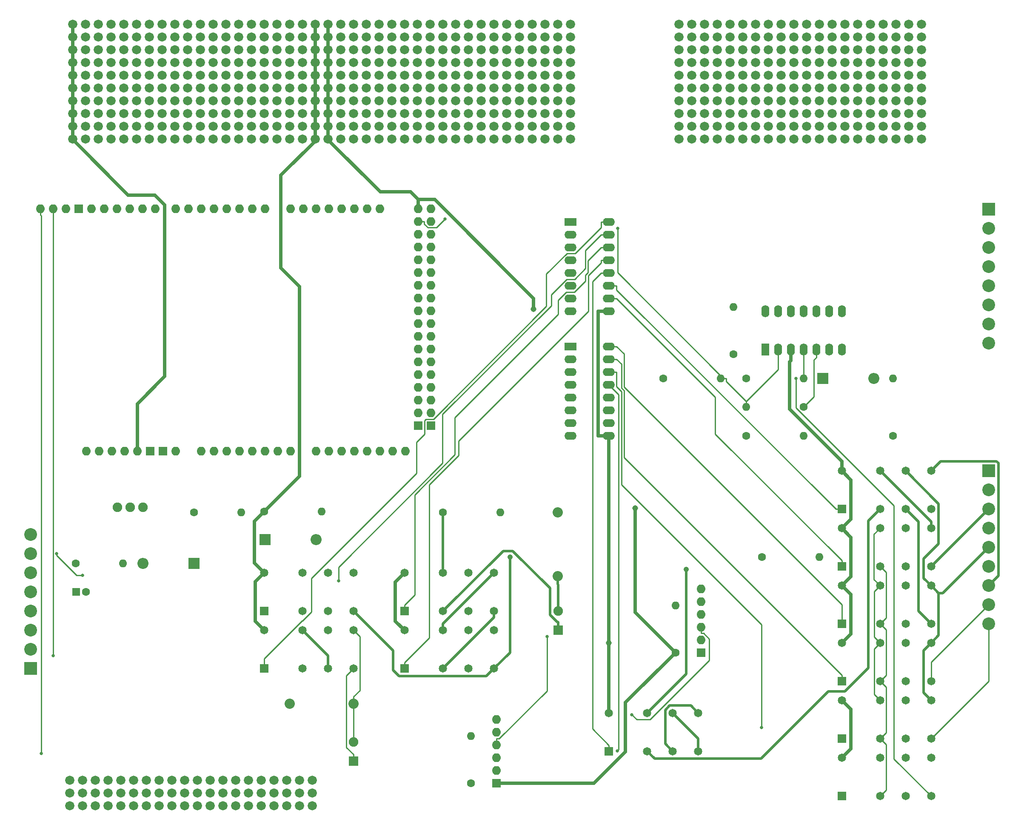
<source format=gbr>
%TF.GenerationSoftware,KiCad,Pcbnew,7.0.7*%
%TF.CreationDate,2023-09-23T16:53:28-05:00*%
%TF.ProjectId,CNH_Functional_Tester_1,434e485f-4675-46e6-9374-696f6e616c5f,B*%
%TF.SameCoordinates,Original*%
%TF.FileFunction,Copper,L4,Bot*%
%TF.FilePolarity,Positive*%
%FSLAX46Y46*%
G04 Gerber Fmt 4.6, Leading zero omitted, Abs format (unit mm)*
G04 Created by KiCad (PCBNEW 7.0.7) date 2023-09-23 16:53:28*
%MOMM*%
%LPD*%
G01*
G04 APERTURE LIST*
%TA.AperFunction,ComponentPad*%
%ADD10C,1.905000*%
%TD*%
%TA.AperFunction,ComponentPad*%
%ADD11O,1.778000X1.778000*%
%TD*%
%TA.AperFunction,ComponentPad*%
%ADD12R,1.778000X1.778000*%
%TD*%
%TA.AperFunction,ComponentPad*%
%ADD13C,1.828800*%
%TD*%
%TA.AperFunction,ComponentPad*%
%ADD14R,2.540000X2.540000*%
%TD*%
%TA.AperFunction,ComponentPad*%
%ADD15C,2.540000*%
%TD*%
%TA.AperFunction,ComponentPad*%
%ADD16R,2.200000X2.200000*%
%TD*%
%TA.AperFunction,ComponentPad*%
%ADD17O,2.200000X2.200000*%
%TD*%
%TA.AperFunction,ComponentPad*%
%ADD18C,1.600000*%
%TD*%
%TA.AperFunction,ComponentPad*%
%ADD19O,1.600000X1.600000*%
%TD*%
%TA.AperFunction,ComponentPad*%
%ADD20R,1.600000X1.600000*%
%TD*%
%TA.AperFunction,ComponentPad*%
%ADD21O,2.032000X2.032000*%
%TD*%
%TA.AperFunction,ComponentPad*%
%ADD22R,1.905000X1.905000*%
%TD*%
%TA.AperFunction,ComponentPad*%
%ADD23R,1.651000X1.651000*%
%TD*%
%TA.AperFunction,ComponentPad*%
%ADD24C,1.651000*%
%TD*%
%TA.AperFunction,ComponentPad*%
%ADD25R,1.600000X2.400000*%
%TD*%
%TA.AperFunction,ComponentPad*%
%ADD26O,1.600000X2.400000*%
%TD*%
%TA.AperFunction,ComponentPad*%
%ADD27R,2.400000X1.600000*%
%TD*%
%TA.AperFunction,ComponentPad*%
%ADD28O,2.400000X1.600000*%
%TD*%
%TA.AperFunction,ViaPad*%
%ADD29C,0.635000*%
%TD*%
%TA.AperFunction,ViaPad*%
%ADD30C,1.066800*%
%TD*%
%TA.AperFunction,ViaPad*%
%ADD31C,1.143000*%
%TD*%
%TA.AperFunction,Conductor*%
%ADD32C,0.254000*%
%TD*%
%TA.AperFunction,Conductor*%
%ADD33C,0.508000*%
%TD*%
%TA.AperFunction,Conductor*%
%ADD34C,0.635000*%
%TD*%
G04 APERTURE END LIST*
D10*
%TO.P,PS1,1,+VIN*%
%TO.N,/12IN*%
X74295000Y-146975000D03*
%TO.P,PS1,2,GND*%
%TO.N,GND*%
X76835000Y-146975000D03*
%TO.P,PS1,3,+VOUT*%
%TO.N,/9OUT*%
X79375000Y-146975000D03*
%TD*%
D11*
%TO.P,XA1,*%
%TO.N,*%
X68072000Y-135763000D03*
%TO.P,XA1,3V3,3.3V*%
%TO.N,unconnected-(XA1-3.3V-Pad3V3)*%
X75692000Y-135763000D03*
%TO.P,XA1,5V1,5V*%
%TO.N,+5V*%
X78232000Y-135763000D03*
%TO.P,XA1,5V3,5V*%
X134112000Y-87503000D03*
%TO.P,XA1,5V4,5V*%
%TO.N,+5VP*%
X136652000Y-87503000D03*
%TO.P,XA1,A0,A0*%
%TO.N,/PWR_ON*%
X90932000Y-135763000D03*
%TO.P,XA1,A1,A1*%
%TO.N,unconnected-(XA1-PadA1)*%
X93472000Y-135763000D03*
%TO.P,XA1,A2,A2*%
%TO.N,unconnected-(XA1-PadA2)*%
X96012000Y-135763000D03*
%TO.P,XA1,A3,A3*%
%TO.N,unconnected-(XA1-PadA3)*%
X98552000Y-135763000D03*
%TO.P,XA1,A4,A4*%
%TO.N,unconnected-(XA1-PadA4)*%
X101092000Y-135763000D03*
%TO.P,XA1,A5,A5*%
%TO.N,unconnected-(XA1-PadA5)*%
X103632000Y-135763000D03*
%TO.P,XA1,A6,A6*%
%TO.N,unconnected-(XA1-PadA6)*%
X106172000Y-135763000D03*
%TO.P,XA1,A7,A7*%
%TO.N,unconnected-(XA1-PadA7)*%
X108712000Y-135763000D03*
%TO.P,XA1,A8,A8*%
%TO.N,unconnected-(XA1-PadA8)*%
X113792000Y-135763000D03*
%TO.P,XA1,A9,A9*%
%TO.N,unconnected-(XA1-PadA9)*%
X116332000Y-135763000D03*
%TO.P,XA1,A10,A10*%
%TO.N,unconnected-(XA1-PadA10)*%
X118872000Y-135763000D03*
%TO.P,XA1,A11,A11*%
%TO.N,unconnected-(XA1-PadA11)*%
X121412000Y-135763000D03*
%TO.P,XA1,A12,A12*%
%TO.N,unconnected-(XA1-PadA12)*%
X123952000Y-135763000D03*
%TO.P,XA1,A13,A13*%
%TO.N,unconnected-(XA1-PadA13)*%
X126492000Y-135763000D03*
%TO.P,XA1,A14,A14*%
%TO.N,unconnected-(XA1-PadA14)*%
X129032000Y-135763000D03*
%TO.P,XA1,A15,A15*%
%TO.N,unconnected-(XA1-PadA15)*%
X131572000Y-135763000D03*
%TO.P,XA1,AREF,AREF*%
%TO.N,unconnected-(XA1-PadAREF)*%
X64008000Y-87503000D03*
%TO.P,XA1,D0,D0_RX0*%
%TO.N,unconnected-(XA1-D0_RX0-PadD0)*%
X103632000Y-87503000D03*
%TO.P,XA1,D1,D1_TX0*%
%TO.N,unconnected-(XA1-D1_TX0-PadD1)*%
X101092000Y-87503000D03*
%TO.P,XA1,D2,D2_INT0*%
%TO.N,unconnected-(XA1-D2_INT0-PadD2)*%
X98552000Y-87503000D03*
%TO.P,XA1,D3,D3_INT1*%
%TO.N,unconnected-(XA1-D3_INT1-PadD3)*%
X96012000Y-87503000D03*
%TO.P,XA1,D4,D4*%
%TO.N,unconnected-(XA1-PadD4)*%
X93472000Y-87503000D03*
%TO.P,XA1,D5,D5*%
%TO.N,unconnected-(XA1-PadD5)*%
X90932000Y-87503000D03*
%TO.P,XA1,D6,D6*%
%TO.N,/PUL-*%
X88392000Y-87503000D03*
%TO.P,XA1,D7,D7*%
%TO.N,unconnected-(XA1-PadD7)*%
X85852000Y-87503000D03*
%TO.P,XA1,D8,D8*%
%TO.N,unconnected-(XA1-PadD8)*%
X81788000Y-87503000D03*
%TO.P,XA1,D9,D9*%
%TO.N,/DIR-*%
X79248000Y-87503000D03*
%TO.P,XA1,D10,D10*%
%TO.N,/ENA-*%
X76708000Y-87503000D03*
%TO.P,XA1,D11,D11*%
%TO.N,unconnected-(XA1-PadD11)*%
X74168000Y-87503000D03*
%TO.P,XA1,D12,D12*%
%TO.N,unconnected-(XA1-PadD12)*%
X71628000Y-87503000D03*
%TO.P,XA1,D13,D13*%
%TO.N,unconnected-(XA1-PadD13)*%
X69088000Y-87503000D03*
%TO.P,XA1,D14,D14_TX3*%
%TO.N,unconnected-(XA1-D14_TX3-PadD14)*%
X108712000Y-87503000D03*
%TO.P,XA1,D15,D15_RX3*%
%TO.N,unconnected-(XA1-D15_RX3-PadD15)*%
X111252000Y-87503000D03*
%TO.P,XA1,D16,D16_TX2*%
%TO.N,unconnected-(XA1-D16_TX2-PadD16)*%
X113792000Y-87503000D03*
%TO.P,XA1,D17,D17_RX2*%
%TO.N,unconnected-(XA1-D17_RX2-PadD17)*%
X116332000Y-87503000D03*
%TO.P,XA1,D18,D18_TX1*%
%TO.N,/PULSE_COUNT*%
X118872000Y-87503000D03*
%TO.P,XA1,D19,D19_RX1*%
%TO.N,unconnected-(XA1-D19_RX1-PadD19)*%
X121412000Y-87503000D03*
%TO.P,XA1,D20,D20_SDA*%
%TO.N,unconnected-(XA1-D20_SDA-PadD20)*%
X123952000Y-87503000D03*
%TO.P,XA1,D21,D21_SCL*%
%TO.N,unconnected-(XA1-D21_SCL-PadD21)*%
X126492000Y-87503000D03*
%TO.P,XA1,D22,D22*%
%TO.N,Net-(U1-I1)*%
X134112000Y-90043000D03*
%TO.P,XA1,D23,D23*%
%TO.N,Net-(U1-I2)*%
X136652000Y-90043000D03*
%TO.P,XA1,D24,D24*%
%TO.N,Net-(U1-I3)*%
X134112000Y-92583000D03*
%TO.P,XA1,D25,D25*%
%TO.N,Net-(U1-I4)*%
X136652000Y-92583000D03*
%TO.P,XA1,D26,D26*%
%TO.N,Net-(U1-I5)*%
X134112000Y-95123000D03*
%TO.P,XA1,D27,D27*%
%TO.N,Net-(U1-I6)*%
X136652000Y-95123000D03*
%TO.P,XA1,D28,D28*%
%TO.N,Net-(U1-I7)*%
X134112000Y-97663000D03*
%TO.P,XA1,D29,D29*%
%TO.N,Net-(U2-I1)*%
X136652000Y-97663000D03*
%TO.P,XA1,D30,D30*%
%TO.N,Net-(U2-I2)*%
X134112000Y-100203000D03*
%TO.P,XA1,D31,D31*%
%TO.N,Net-(U2-I3)*%
X136652000Y-100203000D03*
%TO.P,XA1,D32,D32*%
%TO.N,Net-(U2-I4)*%
X134112000Y-102743000D03*
%TO.P,XA1,D33,D33*%
%TO.N,unconnected-(XA1-PadD33)*%
X136652000Y-102743000D03*
%TO.P,XA1,D34,D34*%
%TO.N,unconnected-(XA1-PadD34)*%
X134112000Y-105283000D03*
%TO.P,XA1,D35,D35*%
%TO.N,unconnected-(XA1-PadD35)*%
X136652000Y-105283000D03*
%TO.P,XA1,D36,D36*%
%TO.N,unconnected-(XA1-PadD36)*%
X134112000Y-107823000D03*
%TO.P,XA1,D37,D37*%
%TO.N,unconnected-(XA1-PadD37)*%
X136652000Y-107823000D03*
%TO.P,XA1,D38,D38*%
%TO.N,unconnected-(XA1-PadD38)*%
X134112000Y-110363000D03*
%TO.P,XA1,D39,D39*%
%TO.N,unconnected-(XA1-PadD39)*%
X136652000Y-110363000D03*
%TO.P,XA1,D40,D40*%
%TO.N,unconnected-(XA1-PadD40)*%
X134112000Y-112903000D03*
%TO.P,XA1,D41,D41*%
%TO.N,unconnected-(XA1-PadD41)*%
X136652000Y-112903000D03*
%TO.P,XA1,D42,D42*%
%TO.N,unconnected-(XA1-PadD42)*%
X134112000Y-115443000D03*
%TO.P,XA1,D43,D43*%
%TO.N,unconnected-(XA1-PadD43)*%
X136652000Y-115443000D03*
%TO.P,XA1,D44,D44*%
%TO.N,unconnected-(XA1-PadD44)*%
X134112000Y-117983000D03*
%TO.P,XA1,D45,D45*%
%TO.N,unconnected-(XA1-PadD45)*%
X136652000Y-117983000D03*
%TO.P,XA1,D46,D46*%
%TO.N,unconnected-(XA1-PadD46)*%
X134112000Y-120523000D03*
%TO.P,XA1,D47,D47*%
%TO.N,unconnected-(XA1-PadD47)*%
X136652000Y-120523000D03*
%TO.P,XA1,D48,D48*%
%TO.N,unconnected-(XA1-PadD48)*%
X134112000Y-123063000D03*
%TO.P,XA1,D49,D49*%
%TO.N,Net-(XA1-RESET)*%
X136652000Y-123063000D03*
%TO.P,XA1,D50,D50*%
%TO.N,unconnected-(XA1-PadD50)*%
X134112000Y-125603000D03*
%TO.P,XA1,D51,D51*%
%TO.N,unconnected-(XA1-PadD51)*%
X136652000Y-125603000D03*
%TO.P,XA1,D52,D52*%
%TO.N,unconnected-(XA1-PadD52)*%
X134112000Y-128143000D03*
%TO.P,XA1,D53,D53_SS*%
%TO.N,unconnected-(XA1-D53_SS-PadD53)*%
X136652000Y-128143000D03*
D12*
%TO.P,XA1,GND1,GND*%
%TO.N,GND*%
X66548000Y-87503000D03*
%TO.P,XA1,GND2,GND*%
X80772000Y-135763000D03*
%TO.P,XA1,GND3,GND*%
X83312000Y-135763000D03*
%TO.P,XA1,GND5,GND*%
X134112000Y-130683000D03*
%TO.P,XA1,GND6,GND*%
X136652000Y-130683000D03*
D11*
%TO.P,XA1,IORF,IOREF*%
%TO.N,unconnected-(XA1-IOREF-PadIORF)*%
X70612000Y-135763000D03*
%TO.P,XA1,RST1,RESET*%
%TO.N,Net-(XA1-RESET)*%
X73152000Y-135763000D03*
%TO.P,XA1,SCL,SCL*%
%TO.N,/SCL*%
X58928000Y-87503000D03*
%TO.P,XA1,SDA,SDA*%
%TO.N,/SDA*%
X61468000Y-87503000D03*
%TO.P,XA1,VIN,VIN*%
%TO.N,/Vin_Atmega*%
X85852000Y-135763000D03*
%TD*%
D12*
%TO.P,SENSOR_2,1,VCC*%
%TO.N,+5V*%
X149733000Y-201930000D03*
D11*
%TO.P,SENSOR_2,2,GND*%
%TO.N,GND*%
X149733000Y-199390000D03*
%TO.P,SENSOR_2,3,SCL*%
%TO.N,/SCL*%
X149733000Y-196850000D03*
%TO.P,SENSOR_2,4,SDA*%
%TO.N,/SDA*%
X149733000Y-194310000D03*
%TO.P,SENSOR_2,5,Vin-*%
%TO.N,unconnected-(SENSOR_2-Vin--Pad5)*%
X149733000Y-191770000D03*
%TO.P,SENSOR_2,6,Vin+*%
%TO.N,unconnected-(SENSOR_2-Vin+-Pad6)*%
X149733000Y-189230000D03*
%TD*%
D13*
%TO.P,PR13,1,Pin_1*%
%TO.N,unconnected-(PR13-Pin_1-Pad1)*%
X164465000Y-68580000D03*
%TO.P,PR13,2,Pin_2*%
%TO.N,unconnected-(PR13-Pin_2-Pad2)*%
X161925000Y-68580000D03*
%TO.P,PR13,3,Pin_3*%
%TO.N,unconnected-(PR13-Pin_3-Pad3)*%
X159385000Y-68580000D03*
%TO.P,PR13,4,Pin_4*%
%TO.N,unconnected-(PR13-Pin_4-Pad4)*%
X156845000Y-68580000D03*
%TO.P,PR13,5,Pin_5*%
%TO.N,unconnected-(PR13-Pin_5-Pad5)*%
X154305000Y-68580000D03*
%TO.P,PR13,6,Pin_6*%
%TO.N,unconnected-(PR13-Pin_6-Pad6)*%
X151765000Y-68580000D03*
%TO.P,PR13,7,Pin_7*%
%TO.N,unconnected-(PR13-Pin_7-Pad7)*%
X149225000Y-68580000D03*
%TO.P,PR13,8,Pin_8*%
%TO.N,unconnected-(PR13-Pin_8-Pad8)*%
X146685000Y-68580000D03*
%TO.P,PR13,9,Pin_9*%
%TO.N,unconnected-(PR13-Pin_9-Pad9)*%
X144145000Y-68580000D03*
%TO.P,PR13,10,Pin_10*%
%TO.N,unconnected-(PR13-Pin_10-Pad10)*%
X141605000Y-68580000D03*
%TO.P,PR13,11,Pin_11*%
%TO.N,unconnected-(PR13-Pin_11-Pad11)*%
X139065000Y-68580000D03*
%TO.P,PR13,12,Pin_12*%
%TO.N,unconnected-(PR13-Pin_12-Pad12)*%
X136525000Y-68580000D03*
%TO.P,PR13,13,Pin_13*%
%TO.N,unconnected-(PR13-Pin_13-Pad13)*%
X133985000Y-68580000D03*
%TO.P,PR13,14,Pin_14*%
%TO.N,unconnected-(PR13-Pin_14-Pad14)*%
X131445000Y-68580000D03*
%TO.P,PR13,15,Pin_15*%
%TO.N,unconnected-(PR13-Pin_15-Pad15)*%
X128905000Y-68580000D03*
%TO.P,PR13,16,Pin_16*%
%TO.N,unconnected-(PR13-Pin_16-Pad16)*%
X126365000Y-68580000D03*
%TO.P,PR13,17,Pin_17*%
%TO.N,unconnected-(PR13-Pin_17-Pad17)*%
X123825000Y-68580000D03*
%TO.P,PR13,18,Pin_18*%
%TO.N,unconnected-(PR13-Pin_18-Pad18)*%
X121285000Y-68580000D03*
%TO.P,PR13,19,Pin_19*%
%TO.N,GND*%
X118745000Y-68580000D03*
%TO.P,PR13,20,Pin_20*%
%TO.N,+5V*%
X116205000Y-68580000D03*
%TD*%
D14*
%TO.P,J2,1,1*%
%TO.N,/UUT_IN+*%
X247650000Y-139700000D03*
D15*
%TO.P,J2,2,2*%
%TO.N,/SIG_GND*%
X247650000Y-143510000D03*
%TO.P,J2,3,3*%
%TO.N,Net-(J2-Pad3)*%
X247650000Y-147320000D03*
%TO.P,J2,4,4*%
%TO.N,/CAN_BAT*%
X247650000Y-151130000D03*
%TO.P,J2,5,5*%
%TO.N,/CAN_GND*%
X247650000Y-154940000D03*
%TO.P,J2,6,6*%
%TO.N,Net-(J2-Pad6)*%
X247650000Y-158750000D03*
%TO.P,J2,7,7*%
%TO.N,Net-(J2-Pad7)*%
X247650000Y-162560000D03*
%TO.P,J2,8,8*%
%TO.N,/CAN_L*%
X247650000Y-166370000D03*
%TO.P,J2,9,9*%
%TO.N,/CAN_H*%
X247650000Y-170180000D03*
%TD*%
D13*
%TO.P,PR17,1,Pin_1*%
%TO.N,unconnected-(PR17-Pin_1-Pad1)*%
X164465000Y-58420000D03*
%TO.P,PR17,2,Pin_2*%
%TO.N,unconnected-(PR17-Pin_2-Pad2)*%
X161925000Y-58420000D03*
%TO.P,PR17,3,Pin_3*%
%TO.N,unconnected-(PR17-Pin_3-Pad3)*%
X159385000Y-58420000D03*
%TO.P,PR17,4,Pin_4*%
%TO.N,unconnected-(PR17-Pin_4-Pad4)*%
X156845000Y-58420000D03*
%TO.P,PR17,5,Pin_5*%
%TO.N,unconnected-(PR17-Pin_5-Pad5)*%
X154305000Y-58420000D03*
%TO.P,PR17,6,Pin_6*%
%TO.N,unconnected-(PR17-Pin_6-Pad6)*%
X151765000Y-58420000D03*
%TO.P,PR17,7,Pin_7*%
%TO.N,unconnected-(PR17-Pin_7-Pad7)*%
X149225000Y-58420000D03*
%TO.P,PR17,8,Pin_8*%
%TO.N,unconnected-(PR17-Pin_8-Pad8)*%
X146685000Y-58420000D03*
%TO.P,PR17,9,Pin_9*%
%TO.N,unconnected-(PR17-Pin_9-Pad9)*%
X144145000Y-58420000D03*
%TO.P,PR17,10,Pin_10*%
%TO.N,unconnected-(PR17-Pin_10-Pad10)*%
X141605000Y-58420000D03*
%TO.P,PR17,11,Pin_11*%
%TO.N,unconnected-(PR17-Pin_11-Pad11)*%
X139065000Y-58420000D03*
%TO.P,PR17,12,Pin_12*%
%TO.N,unconnected-(PR17-Pin_12-Pad12)*%
X136525000Y-58420000D03*
%TO.P,PR17,13,Pin_13*%
%TO.N,unconnected-(PR17-Pin_13-Pad13)*%
X133985000Y-58420000D03*
%TO.P,PR17,14,Pin_14*%
%TO.N,unconnected-(PR17-Pin_14-Pad14)*%
X131445000Y-58420000D03*
%TO.P,PR17,15,Pin_15*%
%TO.N,unconnected-(PR17-Pin_15-Pad15)*%
X128905000Y-58420000D03*
%TO.P,PR17,16,Pin_16*%
%TO.N,unconnected-(PR17-Pin_16-Pad16)*%
X126365000Y-58420000D03*
%TO.P,PR17,17,Pin_17*%
%TO.N,unconnected-(PR17-Pin_17-Pad17)*%
X123825000Y-58420000D03*
%TO.P,PR17,18,Pin_18*%
%TO.N,unconnected-(PR17-Pin_18-Pad18)*%
X121285000Y-58420000D03*
%TO.P,PR17,19,Pin_19*%
%TO.N,GND*%
X118745000Y-58420000D03*
%TO.P,PR17,20,Pin_20*%
%TO.N,+5V*%
X116205000Y-58420000D03*
%TD*%
D16*
%TO.P,D1,1,K*%
%TO.N,/9DIO*%
X89535000Y-158115000D03*
D17*
%TO.P,D1,2,A*%
%TO.N,/9OUT*%
X79375000Y-158115000D03*
%TD*%
D18*
%TO.P,R3,1*%
%TO.N,Net-(R3-Pad1)*%
X199390000Y-121285000D03*
D19*
%TO.P,R3,2*%
%TO.N,Net-(U3A--)*%
X210820000Y-121285000D03*
%TD*%
D13*
%TO.P,PR31,1,Pin_1*%
%TO.N,unconnected-(PR31-Pin_1-Pad1)*%
X186055000Y-68580000D03*
%TO.P,PR31,2,Pin_2*%
%TO.N,unconnected-(PR31-Pin_2-Pad2)*%
X188595000Y-68580000D03*
%TO.P,PR31,3,Pin_3*%
%TO.N,unconnected-(PR31-Pin_3-Pad3)*%
X191135000Y-68580000D03*
%TO.P,PR31,4,Pin_4*%
%TO.N,unconnected-(PR31-Pin_4-Pad4)*%
X193675000Y-68580000D03*
%TO.P,PR31,5,Pin_5*%
%TO.N,unconnected-(PR31-Pin_5-Pad5)*%
X196215000Y-68580000D03*
%TO.P,PR31,6,Pin_6*%
%TO.N,unconnected-(PR31-Pin_6-Pad6)*%
X198755000Y-68580000D03*
%TO.P,PR31,7,Pin_7*%
%TO.N,unconnected-(PR31-Pin_7-Pad7)*%
X201295000Y-68580000D03*
%TO.P,PR31,8,Pin_8*%
%TO.N,unconnected-(PR31-Pin_8-Pad8)*%
X203835000Y-68580000D03*
%TO.P,PR31,9,Pin_9*%
%TO.N,unconnected-(PR31-Pin_9-Pad9)*%
X206375000Y-68580000D03*
%TO.P,PR31,10,Pin_10*%
%TO.N,unconnected-(PR31-Pin_10-Pad10)*%
X208915000Y-68580000D03*
%TO.P,PR31,11,Pin_11*%
%TO.N,unconnected-(PR31-Pin_11-Pad11)*%
X211455000Y-68580000D03*
%TO.P,PR31,12,Pin_12*%
%TO.N,unconnected-(PR31-Pin_12-Pad12)*%
X213995000Y-68580000D03*
%TO.P,PR31,13,Pin_13*%
%TO.N,unconnected-(PR31-Pin_13-Pad13)*%
X216535000Y-68580000D03*
%TO.P,PR31,14,Pin_14*%
%TO.N,unconnected-(PR31-Pin_14-Pad14)*%
X219075000Y-68580000D03*
%TO.P,PR31,15,Pin_15*%
%TO.N,unconnected-(PR31-Pin_15-Pad15)*%
X221615000Y-68580000D03*
%TO.P,PR31,16,Pin_16*%
%TO.N,unconnected-(PR31-Pin_16-Pad16)*%
X224155000Y-68580000D03*
%TO.P,PR31,17,Pin_17*%
%TO.N,unconnected-(PR31-Pin_17-Pad17)*%
X226695000Y-68580000D03*
%TO.P,PR31,18,Pin_18*%
%TO.N,unconnected-(PR31-Pin_18-Pad18)*%
X229235000Y-68580000D03*
%TO.P,PR31,19,Pin_19*%
%TO.N,unconnected-(PR31-Pin_19-Pad19)*%
X231775000Y-68580000D03*
%TO.P,PR31,20,Pin_20*%
%TO.N,unconnected-(PR31-Pin_20-Pad20)*%
X234315000Y-68580000D03*
%TD*%
%TO.P,PR20,1,Pin_1*%
%TO.N,unconnected-(PR20-Pin_1-Pad1)*%
X164465000Y-50800000D03*
%TO.P,PR20,2,Pin_2*%
%TO.N,unconnected-(PR20-Pin_2-Pad2)*%
X161925000Y-50800000D03*
%TO.P,PR20,3,Pin_3*%
%TO.N,unconnected-(PR20-Pin_3-Pad3)*%
X159385000Y-50800000D03*
%TO.P,PR20,4,Pin_4*%
%TO.N,unconnected-(PR20-Pin_4-Pad4)*%
X156845000Y-50800000D03*
%TO.P,PR20,5,Pin_5*%
%TO.N,unconnected-(PR20-Pin_5-Pad5)*%
X154305000Y-50800000D03*
%TO.P,PR20,6,Pin_6*%
%TO.N,unconnected-(PR20-Pin_6-Pad6)*%
X151765000Y-50800000D03*
%TO.P,PR20,7,Pin_7*%
%TO.N,unconnected-(PR20-Pin_7-Pad7)*%
X149225000Y-50800000D03*
%TO.P,PR20,8,Pin_8*%
%TO.N,unconnected-(PR20-Pin_8-Pad8)*%
X146685000Y-50800000D03*
%TO.P,PR20,9,Pin_9*%
%TO.N,unconnected-(PR20-Pin_9-Pad9)*%
X144145000Y-50800000D03*
%TO.P,PR20,10,Pin_10*%
%TO.N,unconnected-(PR20-Pin_10-Pad10)*%
X141605000Y-50800000D03*
%TO.P,PR20,11,Pin_11*%
%TO.N,unconnected-(PR20-Pin_11-Pad11)*%
X139065000Y-50800000D03*
%TO.P,PR20,12,Pin_12*%
%TO.N,unconnected-(PR20-Pin_12-Pad12)*%
X136525000Y-50800000D03*
%TO.P,PR20,13,Pin_13*%
%TO.N,unconnected-(PR20-Pin_13-Pad13)*%
X133985000Y-50800000D03*
%TO.P,PR20,14,Pin_14*%
%TO.N,unconnected-(PR20-Pin_14-Pad14)*%
X131445000Y-50800000D03*
%TO.P,PR20,15,Pin_15*%
%TO.N,unconnected-(PR20-Pin_15-Pad15)*%
X128905000Y-50800000D03*
%TO.P,PR20,16,Pin_16*%
%TO.N,unconnected-(PR20-Pin_16-Pad16)*%
X126365000Y-50800000D03*
%TO.P,PR20,17,Pin_17*%
%TO.N,unconnected-(PR20-Pin_17-Pad17)*%
X123825000Y-50800000D03*
%TO.P,PR20,18,Pin_18*%
%TO.N,unconnected-(PR20-Pin_18-Pad18)*%
X121285000Y-50800000D03*
%TO.P,PR20,19,Pin_19*%
%TO.N,GND*%
X118745000Y-50800000D03*
%TO.P,PR20,20,Pin_20*%
%TO.N,+5V*%
X116205000Y-50800000D03*
%TD*%
%TO.P,PR19,1,Pin_1*%
%TO.N,unconnected-(PR19-Pin_1-Pad1)*%
X164465000Y-53340000D03*
%TO.P,PR19,2,Pin_2*%
%TO.N,unconnected-(PR19-Pin_2-Pad2)*%
X161925000Y-53340000D03*
%TO.P,PR19,3,Pin_3*%
%TO.N,unconnected-(PR19-Pin_3-Pad3)*%
X159385000Y-53340000D03*
%TO.P,PR19,4,Pin_4*%
%TO.N,unconnected-(PR19-Pin_4-Pad4)*%
X156845000Y-53340000D03*
%TO.P,PR19,5,Pin_5*%
%TO.N,unconnected-(PR19-Pin_5-Pad5)*%
X154305000Y-53340000D03*
%TO.P,PR19,6,Pin_6*%
%TO.N,unconnected-(PR19-Pin_6-Pad6)*%
X151765000Y-53340000D03*
%TO.P,PR19,7,Pin_7*%
%TO.N,unconnected-(PR19-Pin_7-Pad7)*%
X149225000Y-53340000D03*
%TO.P,PR19,8,Pin_8*%
%TO.N,unconnected-(PR19-Pin_8-Pad8)*%
X146685000Y-53340000D03*
%TO.P,PR19,9,Pin_9*%
%TO.N,unconnected-(PR19-Pin_9-Pad9)*%
X144145000Y-53340000D03*
%TO.P,PR19,10,Pin_10*%
%TO.N,unconnected-(PR19-Pin_10-Pad10)*%
X141605000Y-53340000D03*
%TO.P,PR19,11,Pin_11*%
%TO.N,unconnected-(PR19-Pin_11-Pad11)*%
X139065000Y-53340000D03*
%TO.P,PR19,12,Pin_12*%
%TO.N,unconnected-(PR19-Pin_12-Pad12)*%
X136525000Y-53340000D03*
%TO.P,PR19,13,Pin_13*%
%TO.N,unconnected-(PR19-Pin_13-Pad13)*%
X133985000Y-53340000D03*
%TO.P,PR19,14,Pin_14*%
%TO.N,unconnected-(PR19-Pin_14-Pad14)*%
X131445000Y-53340000D03*
%TO.P,PR19,15,Pin_15*%
%TO.N,unconnected-(PR19-Pin_15-Pad15)*%
X128905000Y-53340000D03*
%TO.P,PR19,16,Pin_16*%
%TO.N,unconnected-(PR19-Pin_16-Pad16)*%
X126365000Y-53340000D03*
%TO.P,PR19,17,Pin_17*%
%TO.N,unconnected-(PR19-Pin_17-Pad17)*%
X123825000Y-53340000D03*
%TO.P,PR19,18,Pin_18*%
%TO.N,unconnected-(PR19-Pin_18-Pad18)*%
X121285000Y-53340000D03*
%TO.P,PR19,19,Pin_19*%
%TO.N,GND*%
X118745000Y-53340000D03*
%TO.P,PR19,20,Pin_20*%
%TO.N,+5V*%
X116205000Y-53340000D03*
%TD*%
D18*
%TO.P,C3,1*%
%TO.N,/Vin_Atmega*%
X89535000Y-147955000D03*
D19*
%TO.P,C3,2*%
%TO.N,GND*%
X98933000Y-147955000D03*
%TD*%
D16*
%TO.P,Z1,1*%
%TO.N,Net-(U3A--)*%
X214630000Y-121285000D03*
D17*
%TO.P,Z1,2*%
%TO.N,GND*%
X224790000Y-121285000D03*
%TD*%
D20*
%TO.P,C1,1*%
%TO.N,+12V*%
X66040000Y-163830000D03*
D18*
%TO.P,C1,2*%
%TO.N,GND*%
X68040000Y-163830000D03*
%TD*%
D21*
%TO.P,TVS1,1,A1*%
%TO.N,GND*%
X161925000Y-147955000D03*
%TO.P,TVS1,2,A2*%
%TO.N,Net-(TVS1-A2)*%
X161925000Y-160655000D03*
%TD*%
D18*
%TO.P,C5,1*%
%TO.N,+5V*%
X185343800Y-175895000D03*
D19*
%TO.P,C5,2*%
%TO.N,GND*%
X185343800Y-166497000D03*
%TD*%
D18*
%TO.P,R5,1*%
%TO.N,Net-(U3A-+)*%
X210820000Y-127000000D03*
D19*
%TO.P,R5,2*%
%TO.N,/PULSE_COUNT*%
X199390000Y-127000000D03*
%TD*%
D13*
%TO.P,PR33,1,Pin_1*%
%TO.N,unconnected-(PR33-Pin_1-Pad1)*%
X186055000Y-73660000D03*
%TO.P,PR33,2,Pin_2*%
%TO.N,unconnected-(PR33-Pin_2-Pad2)*%
X188595000Y-73660000D03*
%TO.P,PR33,3,Pin_3*%
%TO.N,unconnected-(PR33-Pin_3-Pad3)*%
X191135000Y-73660000D03*
%TO.P,PR33,4,Pin_4*%
%TO.N,unconnected-(PR33-Pin_4-Pad4)*%
X193675000Y-73660000D03*
%TO.P,PR33,5,Pin_5*%
%TO.N,unconnected-(PR33-Pin_5-Pad5)*%
X196215000Y-73660000D03*
%TO.P,PR33,6,Pin_6*%
%TO.N,unconnected-(PR33-Pin_6-Pad6)*%
X198755000Y-73660000D03*
%TO.P,PR33,7,Pin_7*%
%TO.N,unconnected-(PR33-Pin_7-Pad7)*%
X201295000Y-73660000D03*
%TO.P,PR33,8,Pin_8*%
%TO.N,unconnected-(PR33-Pin_8-Pad8)*%
X203835000Y-73660000D03*
%TO.P,PR33,9,Pin_9*%
%TO.N,unconnected-(PR33-Pin_9-Pad9)*%
X206375000Y-73660000D03*
%TO.P,PR33,10,Pin_10*%
%TO.N,unconnected-(PR33-Pin_10-Pad10)*%
X208915000Y-73660000D03*
%TO.P,PR33,11,Pin_11*%
%TO.N,unconnected-(PR33-Pin_11-Pad11)*%
X211455000Y-73660000D03*
%TO.P,PR33,12,Pin_12*%
%TO.N,unconnected-(PR33-Pin_12-Pad12)*%
X213995000Y-73660000D03*
%TO.P,PR33,13,Pin_13*%
%TO.N,unconnected-(PR33-Pin_13-Pad13)*%
X216535000Y-73660000D03*
%TO.P,PR33,14,Pin_14*%
%TO.N,unconnected-(PR33-Pin_14-Pad14)*%
X219075000Y-73660000D03*
%TO.P,PR33,15,Pin_15*%
%TO.N,unconnected-(PR33-Pin_15-Pad15)*%
X221615000Y-73660000D03*
%TO.P,PR33,16,Pin_16*%
%TO.N,unconnected-(PR33-Pin_16-Pad16)*%
X224155000Y-73660000D03*
%TO.P,PR33,17,Pin_17*%
%TO.N,unconnected-(PR33-Pin_17-Pad17)*%
X226695000Y-73660000D03*
%TO.P,PR33,18,Pin_18*%
%TO.N,unconnected-(PR33-Pin_18-Pad18)*%
X229235000Y-73660000D03*
%TO.P,PR33,19,Pin_19*%
%TO.N,unconnected-(PR33-Pin_19-Pad19)*%
X231775000Y-73660000D03*
%TO.P,PR33,20,Pin_20*%
%TO.N,unconnected-(PR33-Pin_20-Pad20)*%
X234315000Y-73660000D03*
%TD*%
%TO.P,PR10,1,Pin_1*%
%TO.N,+12V*%
X113665000Y-50800000D03*
%TO.P,PR10,2,Pin_2*%
%TO.N,unconnected-(PR10-Pin_2-Pad2)*%
X111125000Y-50800000D03*
%TO.P,PR10,3,Pin_3*%
%TO.N,unconnected-(PR10-Pin_3-Pad3)*%
X108585000Y-50800000D03*
%TO.P,PR10,4,Pin_4*%
%TO.N,unconnected-(PR10-Pin_4-Pad4)*%
X106045000Y-50800000D03*
%TO.P,PR10,5,Pin_5*%
%TO.N,unconnected-(PR10-Pin_5-Pad5)*%
X103505000Y-50800000D03*
%TO.P,PR10,6,Pin_6*%
%TO.N,unconnected-(PR10-Pin_6-Pad6)*%
X100965000Y-50800000D03*
%TO.P,PR10,7,Pin_7*%
%TO.N,unconnected-(PR10-Pin_7-Pad7)*%
X98425000Y-50800000D03*
%TO.P,PR10,8,Pin_8*%
%TO.N,unconnected-(PR10-Pin_8-Pad8)*%
X95885000Y-50800000D03*
%TO.P,PR10,9,Pin_9*%
%TO.N,unconnected-(PR10-Pin_9-Pad9)*%
X93345000Y-50800000D03*
%TO.P,PR10,10,Pin_10*%
%TO.N,unconnected-(PR10-Pin_10-Pad10)*%
X90805000Y-50800000D03*
%TO.P,PR10,11,Pin_11*%
%TO.N,unconnected-(PR10-Pin_11-Pad11)*%
X88265000Y-50800000D03*
%TO.P,PR10,12,Pin_12*%
%TO.N,unconnected-(PR10-Pin_12-Pad12)*%
X85725000Y-50800000D03*
%TO.P,PR10,13,Pin_13*%
%TO.N,unconnected-(PR10-Pin_13-Pad13)*%
X83185000Y-50800000D03*
%TO.P,PR10,14,Pin_14*%
%TO.N,unconnected-(PR10-Pin_14-Pad14)*%
X80645000Y-50800000D03*
%TO.P,PR10,15,Pin_15*%
%TO.N,unconnected-(PR10-Pin_15-Pad15)*%
X78105000Y-50800000D03*
%TO.P,PR10,16,Pin_16*%
%TO.N,unconnected-(PR10-Pin_16-Pad16)*%
X75565000Y-50800000D03*
%TO.P,PR10,17,Pin_17*%
%TO.N,unconnected-(PR10-Pin_17-Pad17)*%
X73025000Y-50800000D03*
%TO.P,PR10,18,Pin_18*%
%TO.N,unconnected-(PR10-Pin_18-Pad18)*%
X70485000Y-50800000D03*
%TO.P,PR10,19,Pin_19*%
%TO.N,GND*%
X67945000Y-50800000D03*
%TO.P,PR10,20,Pin_20*%
%TO.N,+5V*%
X65405000Y-50800000D03*
%TD*%
%TO.P,PR2,1,Pin_1*%
%TO.N,+12V*%
X113665000Y-71120000D03*
%TO.P,PR2,2,Pin_2*%
%TO.N,unconnected-(PR2-Pin_2-Pad2)*%
X111125000Y-71120000D03*
%TO.P,PR2,3,Pin_3*%
%TO.N,unconnected-(PR2-Pin_3-Pad3)*%
X108585000Y-71120000D03*
%TO.P,PR2,4,Pin_4*%
%TO.N,unconnected-(PR2-Pin_4-Pad4)*%
X106045000Y-71120000D03*
%TO.P,PR2,5,Pin_5*%
%TO.N,unconnected-(PR2-Pin_5-Pad5)*%
X103505000Y-71120000D03*
%TO.P,PR2,6,Pin_6*%
%TO.N,unconnected-(PR2-Pin_6-Pad6)*%
X100965000Y-71120000D03*
%TO.P,PR2,7,Pin_7*%
%TO.N,unconnected-(PR2-Pin_7-Pad7)*%
X98425000Y-71120000D03*
%TO.P,PR2,8,Pin_8*%
%TO.N,unconnected-(PR2-Pin_8-Pad8)*%
X95885000Y-71120000D03*
%TO.P,PR2,9,Pin_9*%
%TO.N,unconnected-(PR2-Pin_9-Pad9)*%
X93345000Y-71120000D03*
%TO.P,PR2,10,Pin_10*%
%TO.N,unconnected-(PR2-Pin_10-Pad10)*%
X90805000Y-71120000D03*
%TO.P,PR2,11,Pin_11*%
%TO.N,unconnected-(PR2-Pin_11-Pad11)*%
X88265000Y-71120000D03*
%TO.P,PR2,12,Pin_12*%
%TO.N,unconnected-(PR2-Pin_12-Pad12)*%
X85725000Y-71120000D03*
%TO.P,PR2,13,Pin_13*%
%TO.N,unconnected-(PR2-Pin_13-Pad13)*%
X83185000Y-71120000D03*
%TO.P,PR2,14,Pin_14*%
%TO.N,unconnected-(PR2-Pin_14-Pad14)*%
X80645000Y-71120000D03*
%TO.P,PR2,15,Pin_15*%
%TO.N,unconnected-(PR2-Pin_15-Pad15)*%
X78105000Y-71120000D03*
%TO.P,PR2,16,Pin_16*%
%TO.N,unconnected-(PR2-Pin_16-Pad16)*%
X75565000Y-71120000D03*
%TO.P,PR2,17,Pin_17*%
%TO.N,unconnected-(PR2-Pin_17-Pad17)*%
X73025000Y-71120000D03*
%TO.P,PR2,18,Pin_18*%
%TO.N,unconnected-(PR2-Pin_18-Pad18)*%
X70485000Y-71120000D03*
%TO.P,PR2,19,Pin_19*%
%TO.N,GND*%
X67945000Y-71120000D03*
%TO.P,PR2,20,Pin_20*%
%TO.N,+5V*%
X65405000Y-71120000D03*
%TD*%
D12*
%TO.P,SENSOR_1,1,VCC*%
%TO.N,+5V*%
X190423000Y-175895800D03*
D11*
%TO.P,SENSOR_1,2,GND*%
%TO.N,GND*%
X190423000Y-173355800D03*
%TO.P,SENSOR_1,3,SCL*%
%TO.N,/SCL*%
X190423000Y-170815800D03*
%TO.P,SENSOR_1,4,SDA*%
%TO.N,/SDA*%
X190423000Y-168275800D03*
%TO.P,SENSOR_1,5,Vin-*%
%TO.N,unconnected-(SENSOR_1-Vin--Pad5)*%
X190423000Y-165735800D03*
%TO.P,SENSOR_1,6,Vin+*%
%TO.N,unconnected-(SENSOR_1-Vin+-Pad6)*%
X190423000Y-163195800D03*
%TD*%
D13*
%TO.P,PR14,1,Pin_1*%
%TO.N,unconnected-(PR14-Pin_1-Pad1)*%
X164465000Y-66040000D03*
%TO.P,PR14,2,Pin_2*%
%TO.N,unconnected-(PR14-Pin_2-Pad2)*%
X161925000Y-66040000D03*
%TO.P,PR14,3,Pin_3*%
%TO.N,unconnected-(PR14-Pin_3-Pad3)*%
X159385000Y-66040000D03*
%TO.P,PR14,4,Pin_4*%
%TO.N,unconnected-(PR14-Pin_4-Pad4)*%
X156845000Y-66040000D03*
%TO.P,PR14,5,Pin_5*%
%TO.N,unconnected-(PR14-Pin_5-Pad5)*%
X154305000Y-66040000D03*
%TO.P,PR14,6,Pin_6*%
%TO.N,unconnected-(PR14-Pin_6-Pad6)*%
X151765000Y-66040000D03*
%TO.P,PR14,7,Pin_7*%
%TO.N,unconnected-(PR14-Pin_7-Pad7)*%
X149225000Y-66040000D03*
%TO.P,PR14,8,Pin_8*%
%TO.N,unconnected-(PR14-Pin_8-Pad8)*%
X146685000Y-66040000D03*
%TO.P,PR14,9,Pin_9*%
%TO.N,unconnected-(PR14-Pin_9-Pad9)*%
X144145000Y-66040000D03*
%TO.P,PR14,10,Pin_10*%
%TO.N,unconnected-(PR14-Pin_10-Pad10)*%
X141605000Y-66040000D03*
%TO.P,PR14,11,Pin_11*%
%TO.N,unconnected-(PR14-Pin_11-Pad11)*%
X139065000Y-66040000D03*
%TO.P,PR14,12,Pin_12*%
%TO.N,unconnected-(PR14-Pin_12-Pad12)*%
X136525000Y-66040000D03*
%TO.P,PR14,13,Pin_13*%
%TO.N,unconnected-(PR14-Pin_13-Pad13)*%
X133985000Y-66040000D03*
%TO.P,PR14,14,Pin_14*%
%TO.N,unconnected-(PR14-Pin_14-Pad14)*%
X131445000Y-66040000D03*
%TO.P,PR14,15,Pin_15*%
%TO.N,unconnected-(PR14-Pin_15-Pad15)*%
X128905000Y-66040000D03*
%TO.P,PR14,16,Pin_16*%
%TO.N,unconnected-(PR14-Pin_16-Pad16)*%
X126365000Y-66040000D03*
%TO.P,PR14,17,Pin_17*%
%TO.N,unconnected-(PR14-Pin_17-Pad17)*%
X123825000Y-66040000D03*
%TO.P,PR14,18,Pin_18*%
%TO.N,unconnected-(PR14-Pin_18-Pad18)*%
X121285000Y-66040000D03*
%TO.P,PR14,19,Pin_19*%
%TO.N,GND*%
X118745000Y-66040000D03*
%TO.P,PR14,20,Pin_20*%
%TO.N,+5V*%
X116205000Y-66040000D03*
%TD*%
%TO.P,PR16,1,Pin_1*%
%TO.N,unconnected-(PR16-Pin_1-Pad1)*%
X164465000Y-60960000D03*
%TO.P,PR16,2,Pin_2*%
%TO.N,unconnected-(PR16-Pin_2-Pad2)*%
X161925000Y-60960000D03*
%TO.P,PR16,3,Pin_3*%
%TO.N,unconnected-(PR16-Pin_3-Pad3)*%
X159385000Y-60960000D03*
%TO.P,PR16,4,Pin_4*%
%TO.N,unconnected-(PR16-Pin_4-Pad4)*%
X156845000Y-60960000D03*
%TO.P,PR16,5,Pin_5*%
%TO.N,unconnected-(PR16-Pin_5-Pad5)*%
X154305000Y-60960000D03*
%TO.P,PR16,6,Pin_6*%
%TO.N,unconnected-(PR16-Pin_6-Pad6)*%
X151765000Y-60960000D03*
%TO.P,PR16,7,Pin_7*%
%TO.N,unconnected-(PR16-Pin_7-Pad7)*%
X149225000Y-60960000D03*
%TO.P,PR16,8,Pin_8*%
%TO.N,unconnected-(PR16-Pin_8-Pad8)*%
X146685000Y-60960000D03*
%TO.P,PR16,9,Pin_9*%
%TO.N,unconnected-(PR16-Pin_9-Pad9)*%
X144145000Y-60960000D03*
%TO.P,PR16,10,Pin_10*%
%TO.N,unconnected-(PR16-Pin_10-Pad10)*%
X141605000Y-60960000D03*
%TO.P,PR16,11,Pin_11*%
%TO.N,unconnected-(PR16-Pin_11-Pad11)*%
X139065000Y-60960000D03*
%TO.P,PR16,12,Pin_12*%
%TO.N,unconnected-(PR16-Pin_12-Pad12)*%
X136525000Y-60960000D03*
%TO.P,PR16,13,Pin_13*%
%TO.N,unconnected-(PR16-Pin_13-Pad13)*%
X133985000Y-60960000D03*
%TO.P,PR16,14,Pin_14*%
%TO.N,unconnected-(PR16-Pin_14-Pad14)*%
X131445000Y-60960000D03*
%TO.P,PR16,15,Pin_15*%
%TO.N,unconnected-(PR16-Pin_15-Pad15)*%
X128905000Y-60960000D03*
%TO.P,PR16,16,Pin_16*%
%TO.N,unconnected-(PR16-Pin_16-Pad16)*%
X126365000Y-60960000D03*
%TO.P,PR16,17,Pin_17*%
%TO.N,unconnected-(PR16-Pin_17-Pad17)*%
X123825000Y-60960000D03*
%TO.P,PR16,18,Pin_18*%
%TO.N,unconnected-(PR16-Pin_18-Pad18)*%
X121285000Y-60960000D03*
%TO.P,PR16,19,Pin_19*%
%TO.N,GND*%
X118745000Y-60960000D03*
%TO.P,PR16,20,Pin_20*%
%TO.N,+5V*%
X116205000Y-60960000D03*
%TD*%
%TO.P,PR25,1,Pin_1*%
%TO.N,unconnected-(PR25-Pin_1-Pad1)*%
X186055000Y-53340000D03*
%TO.P,PR25,2,Pin_2*%
%TO.N,unconnected-(PR25-Pin_2-Pad2)*%
X188595000Y-53340000D03*
%TO.P,PR25,3,Pin_3*%
%TO.N,unconnected-(PR25-Pin_3-Pad3)*%
X191135000Y-53340000D03*
%TO.P,PR25,4,Pin_4*%
%TO.N,unconnected-(PR25-Pin_4-Pad4)*%
X193675000Y-53340000D03*
%TO.P,PR25,5,Pin_5*%
%TO.N,unconnected-(PR25-Pin_5-Pad5)*%
X196215000Y-53340000D03*
%TO.P,PR25,6,Pin_6*%
%TO.N,unconnected-(PR25-Pin_6-Pad6)*%
X198755000Y-53340000D03*
%TO.P,PR25,7,Pin_7*%
%TO.N,unconnected-(PR25-Pin_7-Pad7)*%
X201295000Y-53340000D03*
%TO.P,PR25,8,Pin_8*%
%TO.N,unconnected-(PR25-Pin_8-Pad8)*%
X203835000Y-53340000D03*
%TO.P,PR25,9,Pin_9*%
%TO.N,unconnected-(PR25-Pin_9-Pad9)*%
X206375000Y-53340000D03*
%TO.P,PR25,10,Pin_10*%
%TO.N,unconnected-(PR25-Pin_10-Pad10)*%
X208915000Y-53340000D03*
%TO.P,PR25,11,Pin_11*%
%TO.N,unconnected-(PR25-Pin_11-Pad11)*%
X211455000Y-53340000D03*
%TO.P,PR25,12,Pin_12*%
%TO.N,unconnected-(PR25-Pin_12-Pad12)*%
X213995000Y-53340000D03*
%TO.P,PR25,13,Pin_13*%
%TO.N,unconnected-(PR25-Pin_13-Pad13)*%
X216535000Y-53340000D03*
%TO.P,PR25,14,Pin_14*%
%TO.N,unconnected-(PR25-Pin_14-Pad14)*%
X219075000Y-53340000D03*
%TO.P,PR25,15,Pin_15*%
%TO.N,unconnected-(PR25-Pin_15-Pad15)*%
X221615000Y-53340000D03*
%TO.P,PR25,16,Pin_16*%
%TO.N,unconnected-(PR25-Pin_16-Pad16)*%
X224155000Y-53340000D03*
%TO.P,PR25,17,Pin_17*%
%TO.N,unconnected-(PR25-Pin_17-Pad17)*%
X226695000Y-53340000D03*
%TO.P,PR25,18,Pin_18*%
%TO.N,unconnected-(PR25-Pin_18-Pad18)*%
X229235000Y-53340000D03*
%TO.P,PR25,19,Pin_19*%
%TO.N,unconnected-(PR25-Pin_19-Pad19)*%
X231775000Y-53340000D03*
%TO.P,PR25,20,Pin_20*%
%TO.N,unconnected-(PR25-Pin_20-Pad20)*%
X234315000Y-53340000D03*
%TD*%
D22*
%TO.P,PSENSE_1,1,1*%
%TO.N,Net-(PSENSE_1-Pad1)*%
X161975000Y-171450000D03*
D10*
%TO.P,PSENSE_1,2,2*%
%TO.N,Net-(TVS1-A2)*%
X161975000Y-167640000D03*
%TD*%
D13*
%TO.P,PR6,1,Pin_1*%
%TO.N,+12V*%
X113665000Y-60960000D03*
%TO.P,PR6,2,Pin_2*%
%TO.N,unconnected-(PR6-Pin_2-Pad2)*%
X111125000Y-60960000D03*
%TO.P,PR6,3,Pin_3*%
%TO.N,unconnected-(PR6-Pin_3-Pad3)*%
X108585000Y-60960000D03*
%TO.P,PR6,4,Pin_4*%
%TO.N,unconnected-(PR6-Pin_4-Pad4)*%
X106045000Y-60960000D03*
%TO.P,PR6,5,Pin_5*%
%TO.N,unconnected-(PR6-Pin_5-Pad5)*%
X103505000Y-60960000D03*
%TO.P,PR6,6,Pin_6*%
%TO.N,unconnected-(PR6-Pin_6-Pad6)*%
X100965000Y-60960000D03*
%TO.P,PR6,7,Pin_7*%
%TO.N,unconnected-(PR6-Pin_7-Pad7)*%
X98425000Y-60960000D03*
%TO.P,PR6,8,Pin_8*%
%TO.N,unconnected-(PR6-Pin_8-Pad8)*%
X95885000Y-60960000D03*
%TO.P,PR6,9,Pin_9*%
%TO.N,unconnected-(PR6-Pin_9-Pad9)*%
X93345000Y-60960000D03*
%TO.P,PR6,10,Pin_10*%
%TO.N,unconnected-(PR6-Pin_10-Pad10)*%
X90805000Y-60960000D03*
%TO.P,PR6,11,Pin_11*%
%TO.N,unconnected-(PR6-Pin_11-Pad11)*%
X88265000Y-60960000D03*
%TO.P,PR6,12,Pin_12*%
%TO.N,unconnected-(PR6-Pin_12-Pad12)*%
X85725000Y-60960000D03*
%TO.P,PR6,13,Pin_13*%
%TO.N,unconnected-(PR6-Pin_13-Pad13)*%
X83185000Y-60960000D03*
%TO.P,PR6,14,Pin_14*%
%TO.N,unconnected-(PR6-Pin_14-Pad14)*%
X80645000Y-60960000D03*
%TO.P,PR6,15,Pin_15*%
%TO.N,unconnected-(PR6-Pin_15-Pad15)*%
X78105000Y-60960000D03*
%TO.P,PR6,16,Pin_16*%
%TO.N,unconnected-(PR6-Pin_16-Pad16)*%
X75565000Y-60960000D03*
%TO.P,PR6,17,Pin_17*%
%TO.N,unconnected-(PR6-Pin_17-Pad17)*%
X73025000Y-60960000D03*
%TO.P,PR6,18,Pin_18*%
%TO.N,unconnected-(PR6-Pin_18-Pad18)*%
X70485000Y-60960000D03*
%TO.P,PR6,19,Pin_19*%
%TO.N,GND*%
X67945000Y-60960000D03*
%TO.P,PR6,20,Pin_20*%
%TO.N,+5V*%
X65405000Y-60960000D03*
%TD*%
D23*
%TO.P,RLY3,1,1*%
%TO.N,/RLY3*%
X131445000Y-167640000D03*
D24*
%TO.P,RLY3,4,4*%
%TO.N,Net-(PSENSE_1-Pad1)*%
X139065000Y-167640000D03*
%TO.P,RLY3,6,6*%
%TO.N,unconnected-(RLY3-Pad6)*%
X144145000Y-167640000D03*
%TO.P,RLY3,8,8*%
%TO.N,Net-(RLY3-Pad8)*%
X149225000Y-167640000D03*
%TO.P,RLY3,9,9*%
%TO.N,Net-(RLY3-Pad9)*%
X149225000Y-160020000D03*
%TO.P,RLY3,11,11*%
%TO.N,unconnected-(RLY3-Pad11)*%
X144145000Y-160020000D03*
%TO.P,RLY3,13,13*%
%TO.N,Net-(TVS1-A2)*%
X139065000Y-160020000D03*
%TO.P,RLY3,16,16*%
%TO.N,+12V*%
X131445000Y-160020000D03*
%TD*%
D13*
%TO.P,PR8,1,Pin_1*%
%TO.N,+12V*%
X113665000Y-55880000D03*
%TO.P,PR8,2,Pin_2*%
%TO.N,unconnected-(PR8-Pin_2-Pad2)*%
X111125000Y-55880000D03*
%TO.P,PR8,3,Pin_3*%
%TO.N,unconnected-(PR8-Pin_3-Pad3)*%
X108585000Y-55880000D03*
%TO.P,PR8,4,Pin_4*%
%TO.N,unconnected-(PR8-Pin_4-Pad4)*%
X106045000Y-55880000D03*
%TO.P,PR8,5,Pin_5*%
%TO.N,unconnected-(PR8-Pin_5-Pad5)*%
X103505000Y-55880000D03*
%TO.P,PR8,6,Pin_6*%
%TO.N,unconnected-(PR8-Pin_6-Pad6)*%
X100965000Y-55880000D03*
%TO.P,PR8,7,Pin_7*%
%TO.N,unconnected-(PR8-Pin_7-Pad7)*%
X98425000Y-55880000D03*
%TO.P,PR8,8,Pin_8*%
%TO.N,unconnected-(PR8-Pin_8-Pad8)*%
X95885000Y-55880000D03*
%TO.P,PR8,9,Pin_9*%
%TO.N,unconnected-(PR8-Pin_9-Pad9)*%
X93345000Y-55880000D03*
%TO.P,PR8,10,Pin_10*%
%TO.N,unconnected-(PR8-Pin_10-Pad10)*%
X90805000Y-55880000D03*
%TO.P,PR8,11,Pin_11*%
%TO.N,unconnected-(PR8-Pin_11-Pad11)*%
X88265000Y-55880000D03*
%TO.P,PR8,12,Pin_12*%
%TO.N,unconnected-(PR8-Pin_12-Pad12)*%
X85725000Y-55880000D03*
%TO.P,PR8,13,Pin_13*%
%TO.N,unconnected-(PR8-Pin_13-Pad13)*%
X83185000Y-55880000D03*
%TO.P,PR8,14,Pin_14*%
%TO.N,unconnected-(PR8-Pin_14-Pad14)*%
X80645000Y-55880000D03*
%TO.P,PR8,15,Pin_15*%
%TO.N,unconnected-(PR8-Pin_15-Pad15)*%
X78105000Y-55880000D03*
%TO.P,PR8,16,Pin_16*%
%TO.N,unconnected-(PR8-Pin_16-Pad16)*%
X75565000Y-55880000D03*
%TO.P,PR8,17,Pin_17*%
%TO.N,unconnected-(PR8-Pin_17-Pad17)*%
X73025000Y-55880000D03*
%TO.P,PR8,18,Pin_18*%
%TO.N,unconnected-(PR8-Pin_18-Pad18)*%
X70485000Y-55880000D03*
%TO.P,PR8,19,Pin_19*%
%TO.N,GND*%
X67945000Y-55880000D03*
%TO.P,PR8,20,Pin_20*%
%TO.N,+5V*%
X65405000Y-55880000D03*
%TD*%
D23*
%TO.P,RLY8,1,1*%
%TO.N,/RLY8*%
X218440000Y-170180000D03*
D24*
%TO.P,RLY8,4,4*%
%TO.N,/+SCOPE_CH1*%
X226060000Y-170180000D03*
%TO.P,RLY8,6,6*%
%TO.N,unconnected-(RLY8-Pad6)*%
X231140000Y-170180000D03*
%TO.P,RLY8,8,8*%
%TO.N,/CAN_BAT*%
X236220000Y-170180000D03*
%TO.P,RLY8,9,9*%
%TO.N,/CAN_GND*%
X236220000Y-162560000D03*
%TO.P,RLY8,11,11*%
%TO.N,unconnected-(RLY8-Pad11)*%
X231140000Y-162560000D03*
%TO.P,RLY8,13,13*%
%TO.N,/-SCOPE_CH1*%
X226060000Y-162560000D03*
%TO.P,RLY8,16,16*%
%TO.N,+12V*%
X218440000Y-162560000D03*
%TD*%
D13*
%TO.P,PR11,1,Pin_1*%
%TO.N,unconnected-(PR11-Pin_1-Pad1)*%
X164465000Y-73660000D03*
%TO.P,PR11,2,Pin_2*%
%TO.N,unconnected-(PR11-Pin_2-Pad2)*%
X161925000Y-73660000D03*
%TO.P,PR11,3,Pin_3*%
%TO.N,unconnected-(PR11-Pin_3-Pad3)*%
X159385000Y-73660000D03*
%TO.P,PR11,4,Pin_4*%
%TO.N,unconnected-(PR11-Pin_4-Pad4)*%
X156845000Y-73660000D03*
%TO.P,PR11,5,Pin_5*%
%TO.N,unconnected-(PR11-Pin_5-Pad5)*%
X154305000Y-73660000D03*
%TO.P,PR11,6,Pin_6*%
%TO.N,unconnected-(PR11-Pin_6-Pad6)*%
X151765000Y-73660000D03*
%TO.P,PR11,7,Pin_7*%
%TO.N,unconnected-(PR11-Pin_7-Pad7)*%
X149225000Y-73660000D03*
%TO.P,PR11,8,Pin_8*%
%TO.N,unconnected-(PR11-Pin_8-Pad8)*%
X146685000Y-73660000D03*
%TO.P,PR11,9,Pin_9*%
%TO.N,unconnected-(PR11-Pin_9-Pad9)*%
X144145000Y-73660000D03*
%TO.P,PR11,10,Pin_10*%
%TO.N,unconnected-(PR11-Pin_10-Pad10)*%
X141605000Y-73660000D03*
%TO.P,PR11,11,Pin_11*%
%TO.N,unconnected-(PR11-Pin_11-Pad11)*%
X139065000Y-73660000D03*
%TO.P,PR11,12,Pin_12*%
%TO.N,unconnected-(PR11-Pin_12-Pad12)*%
X136525000Y-73660000D03*
%TO.P,PR11,13,Pin_13*%
%TO.N,unconnected-(PR11-Pin_13-Pad13)*%
X133985000Y-73660000D03*
%TO.P,PR11,14,Pin_14*%
%TO.N,unconnected-(PR11-Pin_14-Pad14)*%
X131445000Y-73660000D03*
%TO.P,PR11,15,Pin_15*%
%TO.N,unconnected-(PR11-Pin_15-Pad15)*%
X128905000Y-73660000D03*
%TO.P,PR11,16,Pin_16*%
%TO.N,unconnected-(PR11-Pin_16-Pad16)*%
X126365000Y-73660000D03*
%TO.P,PR11,17,Pin_17*%
%TO.N,unconnected-(PR11-Pin_17-Pad17)*%
X123825000Y-73660000D03*
%TO.P,PR11,18,Pin_18*%
%TO.N,unconnected-(PR11-Pin_18-Pad18)*%
X121285000Y-73660000D03*
%TO.P,PR11,19,Pin_19*%
%TO.N,GND*%
X118745000Y-73660000D03*
%TO.P,PR11,20,Pin_20*%
%TO.N,+5V*%
X116205000Y-73660000D03*
%TD*%
%TO.P,PR18,1,Pin_1*%
%TO.N,unconnected-(PR18-Pin_1-Pad1)*%
X164465000Y-55880000D03*
%TO.P,PR18,2,Pin_2*%
%TO.N,unconnected-(PR18-Pin_2-Pad2)*%
X161925000Y-55880000D03*
%TO.P,PR18,3,Pin_3*%
%TO.N,unconnected-(PR18-Pin_3-Pad3)*%
X159385000Y-55880000D03*
%TO.P,PR18,4,Pin_4*%
%TO.N,unconnected-(PR18-Pin_4-Pad4)*%
X156845000Y-55880000D03*
%TO.P,PR18,5,Pin_5*%
%TO.N,unconnected-(PR18-Pin_5-Pad5)*%
X154305000Y-55880000D03*
%TO.P,PR18,6,Pin_6*%
%TO.N,unconnected-(PR18-Pin_6-Pad6)*%
X151765000Y-55880000D03*
%TO.P,PR18,7,Pin_7*%
%TO.N,unconnected-(PR18-Pin_7-Pad7)*%
X149225000Y-55880000D03*
%TO.P,PR18,8,Pin_8*%
%TO.N,unconnected-(PR18-Pin_8-Pad8)*%
X146685000Y-55880000D03*
%TO.P,PR18,9,Pin_9*%
%TO.N,unconnected-(PR18-Pin_9-Pad9)*%
X144145000Y-55880000D03*
%TO.P,PR18,10,Pin_10*%
%TO.N,unconnected-(PR18-Pin_10-Pad10)*%
X141605000Y-55880000D03*
%TO.P,PR18,11,Pin_11*%
%TO.N,unconnected-(PR18-Pin_11-Pad11)*%
X139065000Y-55880000D03*
%TO.P,PR18,12,Pin_12*%
%TO.N,unconnected-(PR18-Pin_12-Pad12)*%
X136525000Y-55880000D03*
%TO.P,PR18,13,Pin_13*%
%TO.N,unconnected-(PR18-Pin_13-Pad13)*%
X133985000Y-55880000D03*
%TO.P,PR18,14,Pin_14*%
%TO.N,unconnected-(PR18-Pin_14-Pad14)*%
X131445000Y-55880000D03*
%TO.P,PR18,15,Pin_15*%
%TO.N,unconnected-(PR18-Pin_15-Pad15)*%
X128905000Y-55880000D03*
%TO.P,PR18,16,Pin_16*%
%TO.N,unconnected-(PR18-Pin_16-Pad16)*%
X126365000Y-55880000D03*
%TO.P,PR18,17,Pin_17*%
%TO.N,unconnected-(PR18-Pin_17-Pad17)*%
X123825000Y-55880000D03*
%TO.P,PR18,18,Pin_18*%
%TO.N,unconnected-(PR18-Pin_18-Pad18)*%
X121285000Y-55880000D03*
%TO.P,PR18,19,Pin_19*%
%TO.N,GND*%
X118745000Y-55880000D03*
%TO.P,PR18,20,Pin_20*%
%TO.N,+5V*%
X116205000Y-55880000D03*
%TD*%
D23*
%TO.P,RLY11,1,1*%
%TO.N,/RLY11*%
X218440000Y-204470000D03*
D24*
%TO.P,RLY11,4,4*%
%TO.N,/+SCOPE_CH1*%
X226060000Y-204470000D03*
%TO.P,RLY11,6,6*%
%TO.N,unconnected-(RLY11-Pad6)*%
X231140000Y-204470000D03*
%TO.P,RLY11,8,8*%
%TO.N,Net-(R3-Pad1)*%
X236220000Y-204470000D03*
%TO.P,RLY11,9,9*%
%TO.N,unconnected-(RLY11-Pad9)*%
X236220000Y-196850000D03*
%TO.P,RLY11,11,11*%
%TO.N,unconnected-(RLY11-Pad11)*%
X231140000Y-196850000D03*
%TO.P,RLY11,13,13*%
%TO.N,unconnected-(RLY11-Pad13)*%
X226060000Y-196850000D03*
%TO.P,RLY11,16,16*%
%TO.N,+12V*%
X218440000Y-196850000D03*
%TD*%
D18*
%TO.P,R1,1*%
%TO.N,/+VL_SW*%
X202565000Y-156845000D03*
D19*
%TO.P,R1,2*%
%TO.N,Net-(J2-Pad3)*%
X213995000Y-156845000D03*
%TD*%
D23*
%TO.P,RLY5,1,1*%
%TO.N,/RLY5*%
X172117500Y-195532500D03*
D24*
%TO.P,RLY5,4,4*%
%TO.N,/UUT_IN+*%
X179737500Y-195532500D03*
%TO.P,RLY5,6,6*%
%TO.N,/+VDC_UUT*%
X184817500Y-195532500D03*
%TO.P,RLY5,8,8*%
%TO.N,/-VDC_UUT_MAIN*%
X189897500Y-195532500D03*
%TO.P,RLY5,9,9*%
%TO.N,/+VDC_UUT*%
X189897500Y-187912500D03*
%TO.P,RLY5,11,11*%
%TO.N,/-VDC_UUT_MAIN*%
X184817500Y-187912500D03*
%TO.P,RLY5,13,13*%
%TO.N,/SIG_GND*%
X179737500Y-187912500D03*
%TO.P,RLY5,16,16*%
%TO.N,+12V*%
X172117500Y-187912500D03*
%TD*%
D13*
%TO.P,PR12,1,Pin_1*%
%TO.N,unconnected-(PR12-Pin_1-Pad1)*%
X164465000Y-71120000D03*
%TO.P,PR12,2,Pin_2*%
%TO.N,unconnected-(PR12-Pin_2-Pad2)*%
X161925000Y-71120000D03*
%TO.P,PR12,3,Pin_3*%
%TO.N,unconnected-(PR12-Pin_3-Pad3)*%
X159385000Y-71120000D03*
%TO.P,PR12,4,Pin_4*%
%TO.N,unconnected-(PR12-Pin_4-Pad4)*%
X156845000Y-71120000D03*
%TO.P,PR12,5,Pin_5*%
%TO.N,unconnected-(PR12-Pin_5-Pad5)*%
X154305000Y-71120000D03*
%TO.P,PR12,6,Pin_6*%
%TO.N,unconnected-(PR12-Pin_6-Pad6)*%
X151765000Y-71120000D03*
%TO.P,PR12,7,Pin_7*%
%TO.N,unconnected-(PR12-Pin_7-Pad7)*%
X149225000Y-71120000D03*
%TO.P,PR12,8,Pin_8*%
%TO.N,unconnected-(PR12-Pin_8-Pad8)*%
X146685000Y-71120000D03*
%TO.P,PR12,9,Pin_9*%
%TO.N,unconnected-(PR12-Pin_9-Pad9)*%
X144145000Y-71120000D03*
%TO.P,PR12,10,Pin_10*%
%TO.N,unconnected-(PR12-Pin_10-Pad10)*%
X141605000Y-71120000D03*
%TO.P,PR12,11,Pin_11*%
%TO.N,unconnected-(PR12-Pin_11-Pad11)*%
X139065000Y-71120000D03*
%TO.P,PR12,12,Pin_12*%
%TO.N,unconnected-(PR12-Pin_12-Pad12)*%
X136525000Y-71120000D03*
%TO.P,PR12,13,Pin_13*%
%TO.N,unconnected-(PR12-Pin_13-Pad13)*%
X133985000Y-71120000D03*
%TO.P,PR12,14,Pin_14*%
%TO.N,unconnected-(PR12-Pin_14-Pad14)*%
X131445000Y-71120000D03*
%TO.P,PR12,15,Pin_15*%
%TO.N,unconnected-(PR12-Pin_15-Pad15)*%
X128905000Y-71120000D03*
%TO.P,PR12,16,Pin_16*%
%TO.N,unconnected-(PR12-Pin_16-Pad16)*%
X126365000Y-71120000D03*
%TO.P,PR12,17,Pin_17*%
%TO.N,unconnected-(PR12-Pin_17-Pad17)*%
X123825000Y-71120000D03*
%TO.P,PR12,18,Pin_18*%
%TO.N,unconnected-(PR12-Pin_18-Pad18)*%
X121285000Y-71120000D03*
%TO.P,PR12,19,Pin_19*%
%TO.N,GND*%
X118745000Y-71120000D03*
%TO.P,PR12,20,Pin_20*%
%TO.N,+5V*%
X116205000Y-71120000D03*
%TD*%
D16*
%TO.P,Z2,1*%
%TO.N,/PWR_ON*%
X103632000Y-153416000D03*
D17*
%TO.P,Z2,2*%
%TO.N,GND*%
X113792000Y-153416000D03*
%TD*%
D18*
%TO.P,R8,1*%
%TO.N,+12V*%
X103505000Y-147828000D03*
D19*
%TO.P,R8,2*%
%TO.N,/PWR_ON*%
X114935000Y-147828000D03*
%TD*%
D18*
%TO.P,C2,1*%
%TO.N,+12V*%
X66031600Y-158115000D03*
D19*
%TO.P,C2,2*%
%TO.N,GND*%
X75429600Y-158115000D03*
%TD*%
D23*
%TO.P,RLY4,1,1*%
%TO.N,/RLY4*%
X131445000Y-179070000D03*
D24*
%TO.P,RLY4,4,4*%
%TO.N,Net-(RLY3-Pad8)*%
X139065000Y-179070000D03*
%TO.P,RLY4,6,6*%
%TO.N,/CAN_L*%
X144145000Y-179070000D03*
%TO.P,RLY4,8,8*%
%TO.N,/+VL_SW*%
X149225000Y-179070000D03*
%TO.P,RLY4,9,9*%
%TO.N,/CAN_H*%
X149225000Y-171450000D03*
%TO.P,RLY4,11,11*%
%TO.N,/CAN_GND*%
X144145000Y-171450000D03*
%TO.P,RLY4,13,13*%
%TO.N,Net-(RLY3-Pad9)*%
X139065000Y-171450000D03*
%TO.P,RLY4,16,16*%
%TO.N,+12V*%
X131445000Y-171450000D03*
%TD*%
D13*
%TO.P,PR32,1,Pin_1*%
%TO.N,unconnected-(PR32-Pin_1-Pad1)*%
X186055000Y-71120000D03*
%TO.P,PR32,2,Pin_2*%
%TO.N,unconnected-(PR32-Pin_2-Pad2)*%
X188595000Y-71120000D03*
%TO.P,PR32,3,Pin_3*%
%TO.N,unconnected-(PR32-Pin_3-Pad3)*%
X191135000Y-71120000D03*
%TO.P,PR32,4,Pin_4*%
%TO.N,unconnected-(PR32-Pin_4-Pad4)*%
X193675000Y-71120000D03*
%TO.P,PR32,5,Pin_5*%
%TO.N,unconnected-(PR32-Pin_5-Pad5)*%
X196215000Y-71120000D03*
%TO.P,PR32,6,Pin_6*%
%TO.N,unconnected-(PR32-Pin_6-Pad6)*%
X198755000Y-71120000D03*
%TO.P,PR32,7,Pin_7*%
%TO.N,unconnected-(PR32-Pin_7-Pad7)*%
X201295000Y-71120000D03*
%TO.P,PR32,8,Pin_8*%
%TO.N,unconnected-(PR32-Pin_8-Pad8)*%
X203835000Y-71120000D03*
%TO.P,PR32,9,Pin_9*%
%TO.N,unconnected-(PR32-Pin_9-Pad9)*%
X206375000Y-71120000D03*
%TO.P,PR32,10,Pin_10*%
%TO.N,unconnected-(PR32-Pin_10-Pad10)*%
X208915000Y-71120000D03*
%TO.P,PR32,11,Pin_11*%
%TO.N,unconnected-(PR32-Pin_11-Pad11)*%
X211455000Y-71120000D03*
%TO.P,PR32,12,Pin_12*%
%TO.N,unconnected-(PR32-Pin_12-Pad12)*%
X213995000Y-71120000D03*
%TO.P,PR32,13,Pin_13*%
%TO.N,unconnected-(PR32-Pin_13-Pad13)*%
X216535000Y-71120000D03*
%TO.P,PR32,14,Pin_14*%
%TO.N,unconnected-(PR32-Pin_14-Pad14)*%
X219075000Y-71120000D03*
%TO.P,PR32,15,Pin_15*%
%TO.N,unconnected-(PR32-Pin_15-Pad15)*%
X221615000Y-71120000D03*
%TO.P,PR32,16,Pin_16*%
%TO.N,unconnected-(PR32-Pin_16-Pad16)*%
X224155000Y-71120000D03*
%TO.P,PR32,17,Pin_17*%
%TO.N,unconnected-(PR32-Pin_17-Pad17)*%
X226695000Y-71120000D03*
%TO.P,PR32,18,Pin_18*%
%TO.N,unconnected-(PR32-Pin_18-Pad18)*%
X229235000Y-71120000D03*
%TO.P,PR32,19,Pin_19*%
%TO.N,unconnected-(PR32-Pin_19-Pad19)*%
X231775000Y-71120000D03*
%TO.P,PR32,20,Pin_20*%
%TO.N,unconnected-(PR32-Pin_20-Pad20)*%
X234315000Y-71120000D03*
%TD*%
%TO.P,PR22,1,Pin_1*%
%TO.N,unconnected-(PR22-Pin_1-Pad1)*%
X64770000Y-201295000D03*
%TO.P,PR22,2,Pin_2*%
%TO.N,unconnected-(PR22-Pin_2-Pad2)*%
X67310000Y-201295000D03*
%TO.P,PR22,3,Pin_3*%
%TO.N,unconnected-(PR22-Pin_3-Pad3)*%
X69850000Y-201295000D03*
%TO.P,PR22,4,Pin_4*%
%TO.N,unconnected-(PR22-Pin_4-Pad4)*%
X72390000Y-201295000D03*
%TO.P,PR22,5,Pin_5*%
%TO.N,unconnected-(PR22-Pin_5-Pad5)*%
X74930000Y-201295000D03*
%TO.P,PR22,6,Pin_6*%
%TO.N,unconnected-(PR22-Pin_6-Pad6)*%
X77470000Y-201295000D03*
%TO.P,PR22,7,Pin_7*%
%TO.N,unconnected-(PR22-Pin_7-Pad7)*%
X80010000Y-201295000D03*
%TO.P,PR22,8,Pin_8*%
%TO.N,unconnected-(PR22-Pin_8-Pad8)*%
X82550000Y-201295000D03*
%TO.P,PR22,9,Pin_9*%
%TO.N,unconnected-(PR22-Pin_9-Pad9)*%
X85090000Y-201295000D03*
%TO.P,PR22,10,Pin_10*%
%TO.N,unconnected-(PR22-Pin_10-Pad10)*%
X87630000Y-201295000D03*
%TO.P,PR22,11,Pin_11*%
%TO.N,unconnected-(PR22-Pin_11-Pad11)*%
X90170000Y-201295000D03*
%TO.P,PR22,12,Pin_12*%
%TO.N,unconnected-(PR22-Pin_12-Pad12)*%
X92710000Y-201295000D03*
%TO.P,PR22,13,Pin_13*%
%TO.N,unconnected-(PR22-Pin_13-Pad13)*%
X95250000Y-201295000D03*
%TO.P,PR22,14,Pin_14*%
%TO.N,unconnected-(PR22-Pin_14-Pad14)*%
X97790000Y-201295000D03*
%TO.P,PR22,15,Pin_15*%
%TO.N,unconnected-(PR22-Pin_15-Pad15)*%
X100330000Y-201295000D03*
%TO.P,PR22,16,Pin_16*%
%TO.N,unconnected-(PR22-Pin_16-Pad16)*%
X102870000Y-201295000D03*
%TO.P,PR22,17,Pin_17*%
%TO.N,unconnected-(PR22-Pin_17-Pad17)*%
X105410000Y-201295000D03*
%TO.P,PR22,18,Pin_18*%
%TO.N,unconnected-(PR22-Pin_18-Pad18)*%
X107950000Y-201295000D03*
%TO.P,PR22,19,Pin_19*%
%TO.N,unconnected-(PR22-Pin_19-Pad19)*%
X110490000Y-201295000D03*
%TO.P,PR22,20,Pin_20*%
%TO.N,unconnected-(PR22-Pin_20-Pad20)*%
X113030000Y-201295000D03*
%TD*%
%TO.P,PR23,1,Pin_1*%
%TO.N,unconnected-(PR23-Pin_1-Pad1)*%
X64770000Y-203835000D03*
%TO.P,PR23,2,Pin_2*%
%TO.N,unconnected-(PR23-Pin_2-Pad2)*%
X67310000Y-203835000D03*
%TO.P,PR23,3,Pin_3*%
%TO.N,unconnected-(PR23-Pin_3-Pad3)*%
X69850000Y-203835000D03*
%TO.P,PR23,4,Pin_4*%
%TO.N,unconnected-(PR23-Pin_4-Pad4)*%
X72390000Y-203835000D03*
%TO.P,PR23,5,Pin_5*%
%TO.N,unconnected-(PR23-Pin_5-Pad5)*%
X74930000Y-203835000D03*
%TO.P,PR23,6,Pin_6*%
%TO.N,unconnected-(PR23-Pin_6-Pad6)*%
X77470000Y-203835000D03*
%TO.P,PR23,7,Pin_7*%
%TO.N,unconnected-(PR23-Pin_7-Pad7)*%
X80010000Y-203835000D03*
%TO.P,PR23,8,Pin_8*%
%TO.N,unconnected-(PR23-Pin_8-Pad8)*%
X82550000Y-203835000D03*
%TO.P,PR23,9,Pin_9*%
%TO.N,unconnected-(PR23-Pin_9-Pad9)*%
X85090000Y-203835000D03*
%TO.P,PR23,10,Pin_10*%
%TO.N,unconnected-(PR23-Pin_10-Pad10)*%
X87630000Y-203835000D03*
%TO.P,PR23,11,Pin_11*%
%TO.N,unconnected-(PR23-Pin_11-Pad11)*%
X90170000Y-203835000D03*
%TO.P,PR23,12,Pin_12*%
%TO.N,unconnected-(PR23-Pin_12-Pad12)*%
X92710000Y-203835000D03*
%TO.P,PR23,13,Pin_13*%
%TO.N,unconnected-(PR23-Pin_13-Pad13)*%
X95250000Y-203835000D03*
%TO.P,PR23,14,Pin_14*%
%TO.N,unconnected-(PR23-Pin_14-Pad14)*%
X97790000Y-203835000D03*
%TO.P,PR23,15,Pin_15*%
%TO.N,unconnected-(PR23-Pin_15-Pad15)*%
X100330000Y-203835000D03*
%TO.P,PR23,16,Pin_16*%
%TO.N,unconnected-(PR23-Pin_16-Pad16)*%
X102870000Y-203835000D03*
%TO.P,PR23,17,Pin_17*%
%TO.N,unconnected-(PR23-Pin_17-Pad17)*%
X105410000Y-203835000D03*
%TO.P,PR23,18,Pin_18*%
%TO.N,unconnected-(PR23-Pin_18-Pad18)*%
X107950000Y-203835000D03*
%TO.P,PR23,19,Pin_19*%
%TO.N,unconnected-(PR23-Pin_19-Pad19)*%
X110490000Y-203835000D03*
%TO.P,PR23,20,Pin_20*%
%TO.N,unconnected-(PR23-Pin_20-Pad20)*%
X113030000Y-203835000D03*
%TD*%
%TO.P,PR24,1,Pin_1*%
%TO.N,unconnected-(PR24-Pin_1-Pad1)*%
X186055000Y-50800000D03*
%TO.P,PR24,2,Pin_2*%
%TO.N,unconnected-(PR24-Pin_2-Pad2)*%
X188595000Y-50800000D03*
%TO.P,PR24,3,Pin_3*%
%TO.N,unconnected-(PR24-Pin_3-Pad3)*%
X191135000Y-50800000D03*
%TO.P,PR24,4,Pin_4*%
%TO.N,unconnected-(PR24-Pin_4-Pad4)*%
X193675000Y-50800000D03*
%TO.P,PR24,5,Pin_5*%
%TO.N,unconnected-(PR24-Pin_5-Pad5)*%
X196215000Y-50800000D03*
%TO.P,PR24,6,Pin_6*%
%TO.N,unconnected-(PR24-Pin_6-Pad6)*%
X198755000Y-50800000D03*
%TO.P,PR24,7,Pin_7*%
%TO.N,unconnected-(PR24-Pin_7-Pad7)*%
X201295000Y-50800000D03*
%TO.P,PR24,8,Pin_8*%
%TO.N,unconnected-(PR24-Pin_8-Pad8)*%
X203835000Y-50800000D03*
%TO.P,PR24,9,Pin_9*%
%TO.N,unconnected-(PR24-Pin_9-Pad9)*%
X206375000Y-50800000D03*
%TO.P,PR24,10,Pin_10*%
%TO.N,unconnected-(PR24-Pin_10-Pad10)*%
X208915000Y-50800000D03*
%TO.P,PR24,11,Pin_11*%
%TO.N,unconnected-(PR24-Pin_11-Pad11)*%
X211455000Y-50800000D03*
%TO.P,PR24,12,Pin_12*%
%TO.N,unconnected-(PR24-Pin_12-Pad12)*%
X213995000Y-50800000D03*
%TO.P,PR24,13,Pin_13*%
%TO.N,unconnected-(PR24-Pin_13-Pad13)*%
X216535000Y-50800000D03*
%TO.P,PR24,14,Pin_14*%
%TO.N,unconnected-(PR24-Pin_14-Pad14)*%
X219075000Y-50800000D03*
%TO.P,PR24,15,Pin_15*%
%TO.N,unconnected-(PR24-Pin_15-Pad15)*%
X221615000Y-50800000D03*
%TO.P,PR24,16,Pin_16*%
%TO.N,unconnected-(PR24-Pin_16-Pad16)*%
X224155000Y-50800000D03*
%TO.P,PR24,17,Pin_17*%
%TO.N,unconnected-(PR24-Pin_17-Pad17)*%
X226695000Y-50800000D03*
%TO.P,PR24,18,Pin_18*%
%TO.N,unconnected-(PR24-Pin_18-Pad18)*%
X229235000Y-50800000D03*
%TO.P,PR24,19,Pin_19*%
%TO.N,unconnected-(PR24-Pin_19-Pad19)*%
X231775000Y-50800000D03*
%TO.P,PR24,20,Pin_20*%
%TO.N,unconnected-(PR24-Pin_20-Pad20)*%
X234315000Y-50800000D03*
%TD*%
D22*
%TO.P,PSENSE_2,1,1*%
%TO.N,Net-(PSENSE_2-Pad1)*%
X121285000Y-197485000D03*
D10*
%TO.P,PSENSE_2,2,2*%
%TO.N,Net-(TVS2-A1)*%
X121285000Y-193675000D03*
%TD*%
D18*
%TO.P,R6,1*%
%TO.N,+5V*%
X199390000Y-132715000D03*
D19*
%TO.P,R6,2*%
%TO.N,Net-(U3A-+)*%
X210820000Y-132715000D03*
%TD*%
D13*
%TO.P,PR28,1,Pin_1*%
%TO.N,unconnected-(PR28-Pin_1-Pad1)*%
X186055000Y-60960000D03*
%TO.P,PR28,2,Pin_2*%
%TO.N,unconnected-(PR28-Pin_2-Pad2)*%
X188595000Y-60960000D03*
%TO.P,PR28,3,Pin_3*%
%TO.N,unconnected-(PR28-Pin_3-Pad3)*%
X191135000Y-60960000D03*
%TO.P,PR28,4,Pin_4*%
%TO.N,unconnected-(PR28-Pin_4-Pad4)*%
X193675000Y-60960000D03*
%TO.P,PR28,5,Pin_5*%
%TO.N,unconnected-(PR28-Pin_5-Pad5)*%
X196215000Y-60960000D03*
%TO.P,PR28,6,Pin_6*%
%TO.N,unconnected-(PR28-Pin_6-Pad6)*%
X198755000Y-60960000D03*
%TO.P,PR28,7,Pin_7*%
%TO.N,unconnected-(PR28-Pin_7-Pad7)*%
X201295000Y-60960000D03*
%TO.P,PR28,8,Pin_8*%
%TO.N,unconnected-(PR28-Pin_8-Pad8)*%
X203835000Y-60960000D03*
%TO.P,PR28,9,Pin_9*%
%TO.N,unconnected-(PR28-Pin_9-Pad9)*%
X206375000Y-60960000D03*
%TO.P,PR28,10,Pin_10*%
%TO.N,unconnected-(PR28-Pin_10-Pad10)*%
X208915000Y-60960000D03*
%TO.P,PR28,11,Pin_11*%
%TO.N,unconnected-(PR28-Pin_11-Pad11)*%
X211455000Y-60960000D03*
%TO.P,PR28,12,Pin_12*%
%TO.N,unconnected-(PR28-Pin_12-Pad12)*%
X213995000Y-60960000D03*
%TO.P,PR28,13,Pin_13*%
%TO.N,unconnected-(PR28-Pin_13-Pad13)*%
X216535000Y-60960000D03*
%TO.P,PR28,14,Pin_14*%
%TO.N,unconnected-(PR28-Pin_14-Pad14)*%
X219075000Y-60960000D03*
%TO.P,PR28,15,Pin_15*%
%TO.N,unconnected-(PR28-Pin_15-Pad15)*%
X221615000Y-60960000D03*
%TO.P,PR28,16,Pin_16*%
%TO.N,unconnected-(PR28-Pin_16-Pad16)*%
X224155000Y-60960000D03*
%TO.P,PR28,17,Pin_17*%
%TO.N,unconnected-(PR28-Pin_17-Pad17)*%
X226695000Y-60960000D03*
%TO.P,PR28,18,Pin_18*%
%TO.N,unconnected-(PR28-Pin_18-Pad18)*%
X229235000Y-60960000D03*
%TO.P,PR28,19,Pin_19*%
%TO.N,unconnected-(PR28-Pin_19-Pad19)*%
X231775000Y-60960000D03*
%TO.P,PR28,20,Pin_20*%
%TO.N,unconnected-(PR28-Pin_20-Pad20)*%
X234315000Y-60960000D03*
%TD*%
D23*
%TO.P,RLY9,1,1*%
%TO.N,/RLY9*%
X218440000Y-181610000D03*
D24*
%TO.P,RLY9,4,4*%
%TO.N,/+SCOPE_CH1*%
X226060000Y-181610000D03*
%TO.P,RLY9,6,6*%
%TO.N,unconnected-(RLY9-Pad6)*%
X231140000Y-181610000D03*
%TO.P,RLY9,8,8*%
%TO.N,/CAN_L*%
X236220000Y-181610000D03*
%TO.P,RLY9,9,9*%
%TO.N,/CAN_GND*%
X236220000Y-173990000D03*
%TO.P,RLY9,11,11*%
%TO.N,unconnected-(RLY9-Pad11)*%
X231140000Y-173990000D03*
%TO.P,RLY9,13,13*%
%TO.N,/-SCOPE_CH1*%
X226060000Y-173990000D03*
%TO.P,RLY9,16,16*%
%TO.N,+12V*%
X218440000Y-173990000D03*
%TD*%
D13*
%TO.P,PR1,1,Pin_1*%
%TO.N,+12V*%
X113665000Y-73660000D03*
%TO.P,PR1,2,Pin_2*%
%TO.N,unconnected-(PR1-Pin_2-Pad2)*%
X111125000Y-73660000D03*
%TO.P,PR1,3,Pin_3*%
%TO.N,unconnected-(PR1-Pin_3-Pad3)*%
X108585000Y-73660000D03*
%TO.P,PR1,4,Pin_4*%
%TO.N,unconnected-(PR1-Pin_4-Pad4)*%
X106045000Y-73660000D03*
%TO.P,PR1,5,Pin_5*%
%TO.N,unconnected-(PR1-Pin_5-Pad5)*%
X103505000Y-73660000D03*
%TO.P,PR1,6,Pin_6*%
%TO.N,unconnected-(PR1-Pin_6-Pad6)*%
X100965000Y-73660000D03*
%TO.P,PR1,7,Pin_7*%
%TO.N,unconnected-(PR1-Pin_7-Pad7)*%
X98425000Y-73660000D03*
%TO.P,PR1,8,Pin_8*%
%TO.N,unconnected-(PR1-Pin_8-Pad8)*%
X95885000Y-73660000D03*
%TO.P,PR1,9,Pin_9*%
%TO.N,unconnected-(PR1-Pin_9-Pad9)*%
X93345000Y-73660000D03*
%TO.P,PR1,10,Pin_10*%
%TO.N,unconnected-(PR1-Pin_10-Pad10)*%
X90805000Y-73660000D03*
%TO.P,PR1,11,Pin_11*%
%TO.N,unconnected-(PR1-Pin_11-Pad11)*%
X88265000Y-73660000D03*
%TO.P,PR1,12,Pin_12*%
%TO.N,unconnected-(PR1-Pin_12-Pad12)*%
X85725000Y-73660000D03*
%TO.P,PR1,13,Pin_13*%
%TO.N,unconnected-(PR1-Pin_13-Pad13)*%
X83185000Y-73660000D03*
%TO.P,PR1,14,Pin_14*%
%TO.N,unconnected-(PR1-Pin_14-Pad14)*%
X80645000Y-73660000D03*
%TO.P,PR1,15,Pin_15*%
%TO.N,unconnected-(PR1-Pin_15-Pad15)*%
X78105000Y-73660000D03*
%TO.P,PR1,16,Pin_16*%
%TO.N,unconnected-(PR1-Pin_16-Pad16)*%
X75565000Y-73660000D03*
%TO.P,PR1,17,Pin_17*%
%TO.N,unconnected-(PR1-Pin_17-Pad17)*%
X73025000Y-73660000D03*
%TO.P,PR1,18,Pin_18*%
%TO.N,unconnected-(PR1-Pin_18-Pad18)*%
X70485000Y-73660000D03*
%TO.P,PR1,19,Pin_19*%
%TO.N,GND*%
X67945000Y-73660000D03*
%TO.P,PR1,20,Pin_20*%
%TO.N,+5V*%
X65405000Y-73660000D03*
%TD*%
%TO.P,PR29,1,Pin_1*%
%TO.N,unconnected-(PR29-Pin_1-Pad1)*%
X186055000Y-63500000D03*
%TO.P,PR29,2,Pin_2*%
%TO.N,unconnected-(PR29-Pin_2-Pad2)*%
X188595000Y-63500000D03*
%TO.P,PR29,3,Pin_3*%
%TO.N,unconnected-(PR29-Pin_3-Pad3)*%
X191135000Y-63500000D03*
%TO.P,PR29,4,Pin_4*%
%TO.N,unconnected-(PR29-Pin_4-Pad4)*%
X193675000Y-63500000D03*
%TO.P,PR29,5,Pin_5*%
%TO.N,unconnected-(PR29-Pin_5-Pad5)*%
X196215000Y-63500000D03*
%TO.P,PR29,6,Pin_6*%
%TO.N,unconnected-(PR29-Pin_6-Pad6)*%
X198755000Y-63500000D03*
%TO.P,PR29,7,Pin_7*%
%TO.N,unconnected-(PR29-Pin_7-Pad7)*%
X201295000Y-63500000D03*
%TO.P,PR29,8,Pin_8*%
%TO.N,unconnected-(PR29-Pin_8-Pad8)*%
X203835000Y-63500000D03*
%TO.P,PR29,9,Pin_9*%
%TO.N,unconnected-(PR29-Pin_9-Pad9)*%
X206375000Y-63500000D03*
%TO.P,PR29,10,Pin_10*%
%TO.N,unconnected-(PR29-Pin_10-Pad10)*%
X208915000Y-63500000D03*
%TO.P,PR29,11,Pin_11*%
%TO.N,unconnected-(PR29-Pin_11-Pad11)*%
X211455000Y-63500000D03*
%TO.P,PR29,12,Pin_12*%
%TO.N,unconnected-(PR29-Pin_12-Pad12)*%
X213995000Y-63500000D03*
%TO.P,PR29,13,Pin_13*%
%TO.N,unconnected-(PR29-Pin_13-Pad13)*%
X216535000Y-63500000D03*
%TO.P,PR29,14,Pin_14*%
%TO.N,unconnected-(PR29-Pin_14-Pad14)*%
X219075000Y-63500000D03*
%TO.P,PR29,15,Pin_15*%
%TO.N,unconnected-(PR29-Pin_15-Pad15)*%
X221615000Y-63500000D03*
%TO.P,PR29,16,Pin_16*%
%TO.N,unconnected-(PR29-Pin_16-Pad16)*%
X224155000Y-63500000D03*
%TO.P,PR29,17,Pin_17*%
%TO.N,unconnected-(PR29-Pin_17-Pad17)*%
X226695000Y-63500000D03*
%TO.P,PR29,18,Pin_18*%
%TO.N,unconnected-(PR29-Pin_18-Pad18)*%
X229235000Y-63500000D03*
%TO.P,PR29,19,Pin_19*%
%TO.N,unconnected-(PR29-Pin_19-Pad19)*%
X231775000Y-63500000D03*
%TO.P,PR29,20,Pin_20*%
%TO.N,unconnected-(PR29-Pin_20-Pad20)*%
X234315000Y-63500000D03*
%TD*%
%TO.P,PR9,1,Pin_1*%
%TO.N,+12V*%
X113665000Y-53340000D03*
%TO.P,PR9,2,Pin_2*%
%TO.N,unconnected-(PR9-Pin_2-Pad2)*%
X111125000Y-53340000D03*
%TO.P,PR9,3,Pin_3*%
%TO.N,unconnected-(PR9-Pin_3-Pad3)*%
X108585000Y-53340000D03*
%TO.P,PR9,4,Pin_4*%
%TO.N,unconnected-(PR9-Pin_4-Pad4)*%
X106045000Y-53340000D03*
%TO.P,PR9,5,Pin_5*%
%TO.N,unconnected-(PR9-Pin_5-Pad5)*%
X103505000Y-53340000D03*
%TO.P,PR9,6,Pin_6*%
%TO.N,unconnected-(PR9-Pin_6-Pad6)*%
X100965000Y-53340000D03*
%TO.P,PR9,7,Pin_7*%
%TO.N,unconnected-(PR9-Pin_7-Pad7)*%
X98425000Y-53340000D03*
%TO.P,PR9,8,Pin_8*%
%TO.N,unconnected-(PR9-Pin_8-Pad8)*%
X95885000Y-53340000D03*
%TO.P,PR9,9,Pin_9*%
%TO.N,unconnected-(PR9-Pin_9-Pad9)*%
X93345000Y-53340000D03*
%TO.P,PR9,10,Pin_10*%
%TO.N,unconnected-(PR9-Pin_10-Pad10)*%
X90805000Y-53340000D03*
%TO.P,PR9,11,Pin_11*%
%TO.N,unconnected-(PR9-Pin_11-Pad11)*%
X88265000Y-53340000D03*
%TO.P,PR9,12,Pin_12*%
%TO.N,unconnected-(PR9-Pin_12-Pad12)*%
X85725000Y-53340000D03*
%TO.P,PR9,13,Pin_13*%
%TO.N,unconnected-(PR9-Pin_13-Pad13)*%
X83185000Y-53340000D03*
%TO.P,PR9,14,Pin_14*%
%TO.N,unconnected-(PR9-Pin_14-Pad14)*%
X80645000Y-53340000D03*
%TO.P,PR9,15,Pin_15*%
%TO.N,unconnected-(PR9-Pin_15-Pad15)*%
X78105000Y-53340000D03*
%TO.P,PR9,16,Pin_16*%
%TO.N,unconnected-(PR9-Pin_16-Pad16)*%
X75565000Y-53340000D03*
%TO.P,PR9,17,Pin_17*%
%TO.N,unconnected-(PR9-Pin_17-Pad17)*%
X73025000Y-53340000D03*
%TO.P,PR9,18,Pin_18*%
%TO.N,unconnected-(PR9-Pin_18-Pad18)*%
X70485000Y-53340000D03*
%TO.P,PR9,19,Pin_19*%
%TO.N,GND*%
X67945000Y-53340000D03*
%TO.P,PR9,20,Pin_20*%
%TO.N,+5V*%
X65405000Y-53340000D03*
%TD*%
%TO.P,PR15,1,Pin_1*%
%TO.N,unconnected-(PR15-Pin_1-Pad1)*%
X164465000Y-63500000D03*
%TO.P,PR15,2,Pin_2*%
%TO.N,unconnected-(PR15-Pin_2-Pad2)*%
X161925000Y-63500000D03*
%TO.P,PR15,3,Pin_3*%
%TO.N,unconnected-(PR15-Pin_3-Pad3)*%
X159385000Y-63500000D03*
%TO.P,PR15,4,Pin_4*%
%TO.N,unconnected-(PR15-Pin_4-Pad4)*%
X156845000Y-63500000D03*
%TO.P,PR15,5,Pin_5*%
%TO.N,unconnected-(PR15-Pin_5-Pad5)*%
X154305000Y-63500000D03*
%TO.P,PR15,6,Pin_6*%
%TO.N,unconnected-(PR15-Pin_6-Pad6)*%
X151765000Y-63500000D03*
%TO.P,PR15,7,Pin_7*%
%TO.N,unconnected-(PR15-Pin_7-Pad7)*%
X149225000Y-63500000D03*
%TO.P,PR15,8,Pin_8*%
%TO.N,unconnected-(PR15-Pin_8-Pad8)*%
X146685000Y-63500000D03*
%TO.P,PR15,9,Pin_9*%
%TO.N,unconnected-(PR15-Pin_9-Pad9)*%
X144145000Y-63500000D03*
%TO.P,PR15,10,Pin_10*%
%TO.N,unconnected-(PR15-Pin_10-Pad10)*%
X141605000Y-63500000D03*
%TO.P,PR15,11,Pin_11*%
%TO.N,unconnected-(PR15-Pin_11-Pad11)*%
X139065000Y-63500000D03*
%TO.P,PR15,12,Pin_12*%
%TO.N,unconnected-(PR15-Pin_12-Pad12)*%
X136525000Y-63500000D03*
%TO.P,PR15,13,Pin_13*%
%TO.N,unconnected-(PR15-Pin_13-Pad13)*%
X133985000Y-63500000D03*
%TO.P,PR15,14,Pin_14*%
%TO.N,unconnected-(PR15-Pin_14-Pad14)*%
X131445000Y-63500000D03*
%TO.P,PR15,15,Pin_15*%
%TO.N,unconnected-(PR15-Pin_15-Pad15)*%
X128905000Y-63500000D03*
%TO.P,PR15,16,Pin_16*%
%TO.N,unconnected-(PR15-Pin_16-Pad16)*%
X126365000Y-63500000D03*
%TO.P,PR15,17,Pin_17*%
%TO.N,unconnected-(PR15-Pin_17-Pad17)*%
X123825000Y-63500000D03*
%TO.P,PR15,18,Pin_18*%
%TO.N,unconnected-(PR15-Pin_18-Pad18)*%
X121285000Y-63500000D03*
%TO.P,PR15,19,Pin_19*%
%TO.N,GND*%
X118745000Y-63500000D03*
%TO.P,PR15,20,Pin_20*%
%TO.N,+5V*%
X116205000Y-63500000D03*
%TD*%
D21*
%TO.P,TVS2,1,A1*%
%TO.N,Net-(TVS2-A1)*%
X121285000Y-186055000D03*
%TO.P,TVS2,2,A2*%
%TO.N,GND*%
X108585000Y-186055000D03*
%TD*%
D23*
%TO.P,RLY10,1,1*%
%TO.N,/RLY10*%
X218440000Y-193040000D03*
D24*
%TO.P,RLY10,4,4*%
%TO.N,/+SCOPE_CH1*%
X226060000Y-193040000D03*
%TO.P,RLY10,6,6*%
%TO.N,unconnected-(RLY10-Pad6)*%
X231140000Y-193040000D03*
%TO.P,RLY10,8,8*%
%TO.N,/CAN_H*%
X236220000Y-193040000D03*
%TO.P,RLY10,9,9*%
%TO.N,/CAN_GND*%
X236220000Y-185420000D03*
%TO.P,RLY10,11,11*%
%TO.N,unconnected-(RLY10-Pad11)*%
X231140000Y-185420000D03*
%TO.P,RLY10,13,13*%
%TO.N,/-SCOPE_CH1*%
X226060000Y-185420000D03*
%TO.P,RLY10,16,16*%
%TO.N,+12V*%
X218440000Y-185420000D03*
%TD*%
D25*
%TO.P,U3,1*%
%TO.N,unconnected-(U3-Pad1)*%
X203200000Y-115570000D03*
D26*
%TO.P,U3,2*%
%TO.N,/PULSE_COUNT*%
X205740000Y-115570000D03*
%TO.P,U3,3,V+*%
%TO.N,+12V*%
X208280000Y-115570000D03*
%TO.P,U3,4,-*%
%TO.N,Net-(U3A--)*%
X210820000Y-115570000D03*
%TO.P,U3,5,+*%
%TO.N,Net-(U3A-+)*%
X213360000Y-115570000D03*
%TO.P,U3,6,-*%
%TO.N,GND*%
X215900000Y-115570000D03*
%TO.P,U3,7,+*%
X218440000Y-115570000D03*
%TO.P,U3,8,-*%
X218440000Y-107950000D03*
%TO.P,U3,9,+*%
X215900000Y-107950000D03*
%TO.P,U3,10,-*%
X213360000Y-107950000D03*
%TO.P,U3,11,+*%
X210820000Y-107950000D03*
%TO.P,U3,12,V-*%
X208280000Y-107950000D03*
%TO.P,U3,13*%
%TO.N,unconnected-(U3-Pad13)*%
X205740000Y-107950000D03*
%TO.P,U3,14*%
%TO.N,unconnected-(U3-Pad14)*%
X203200000Y-107950000D03*
%TD*%
D14*
%TO.P,J3,1,1*%
%TO.N,+5VP*%
X247650000Y-87582500D03*
D15*
%TO.P,J3,2,2*%
%TO.N,/ENA-*%
X247650000Y-91392500D03*
%TO.P,J3,3,3*%
%TO.N,/DIR-*%
X247650000Y-95202500D03*
%TO.P,J3,4,4*%
%TO.N,/PUL-*%
X247650000Y-99012500D03*
%TO.P,J3,5,5*%
%TO.N,unconnected-(J3-Pad5)*%
X247650000Y-102822500D03*
%TO.P,J3,6,6*%
%TO.N,unconnected-(J3-Pad6)*%
X247650000Y-106632500D03*
%TO.P,J3,7,7*%
%TO.N,unconnected-(J3-Pad7)*%
X247650000Y-110442500D03*
%TO.P,J3,8,8*%
%TO.N,unconnected-(J3-Pad8)*%
X247650000Y-114252500D03*
%TD*%
D23*
%TO.P,RLY2,1,1*%
%TO.N,/RLY2*%
X103505000Y-167640000D03*
D24*
%TO.P,RLY2,4,4*%
%TO.N,/+VDC_LOAD*%
X111125000Y-167640000D03*
%TO.P,RLY2,6,6*%
%TO.N,unconnected-(RLY2-Pad6)*%
X116205000Y-167640000D03*
%TO.P,RLY2,8,8*%
%TO.N,/+VL_SW*%
X121285000Y-167640000D03*
%TO.P,RLY2,9,9*%
%TO.N,/CAN_GND*%
X121285000Y-160020000D03*
%TO.P,RLY2,11,11*%
%TO.N,unconnected-(RLY2-Pad11)*%
X116205000Y-160020000D03*
%TO.P,RLY2,13,13*%
%TO.N,/-VDC_LOAD*%
X111125000Y-160020000D03*
%TO.P,RLY2,16,16*%
%TO.N,+12V*%
X103505000Y-160020000D03*
%TD*%
D18*
%TO.P,C6,1*%
%TO.N,+5V*%
X144653000Y-201930000D03*
D19*
%TO.P,C6,2*%
%TO.N,GND*%
X144653000Y-192532000D03*
%TD*%
D13*
%TO.P,PR4,1,Pin_1*%
%TO.N,+12V*%
X113665000Y-66040000D03*
%TO.P,PR4,2,Pin_2*%
%TO.N,unconnected-(PR4-Pin_2-Pad2)*%
X111125000Y-66040000D03*
%TO.P,PR4,3,Pin_3*%
%TO.N,unconnected-(PR4-Pin_3-Pad3)*%
X108585000Y-66040000D03*
%TO.P,PR4,4,Pin_4*%
%TO.N,unconnected-(PR4-Pin_4-Pad4)*%
X106045000Y-66040000D03*
%TO.P,PR4,5,Pin_5*%
%TO.N,unconnected-(PR4-Pin_5-Pad5)*%
X103505000Y-66040000D03*
%TO.P,PR4,6,Pin_6*%
%TO.N,unconnected-(PR4-Pin_6-Pad6)*%
X100965000Y-66040000D03*
%TO.P,PR4,7,Pin_7*%
%TO.N,unconnected-(PR4-Pin_7-Pad7)*%
X98425000Y-66040000D03*
%TO.P,PR4,8,Pin_8*%
%TO.N,unconnected-(PR4-Pin_8-Pad8)*%
X95885000Y-66040000D03*
%TO.P,PR4,9,Pin_9*%
%TO.N,unconnected-(PR4-Pin_9-Pad9)*%
X93345000Y-66040000D03*
%TO.P,PR4,10,Pin_10*%
%TO.N,unconnected-(PR4-Pin_10-Pad10)*%
X90805000Y-66040000D03*
%TO.P,PR4,11,Pin_11*%
%TO.N,unconnected-(PR4-Pin_11-Pad11)*%
X88265000Y-66040000D03*
%TO.P,PR4,12,Pin_12*%
%TO.N,unconnected-(PR4-Pin_12-Pad12)*%
X85725000Y-66040000D03*
%TO.P,PR4,13,Pin_13*%
%TO.N,unconnected-(PR4-Pin_13-Pad13)*%
X83185000Y-66040000D03*
%TO.P,PR4,14,Pin_14*%
%TO.N,unconnected-(PR4-Pin_14-Pad14)*%
X80645000Y-66040000D03*
%TO.P,PR4,15,Pin_15*%
%TO.N,unconnected-(PR4-Pin_15-Pad15)*%
X78105000Y-66040000D03*
%TO.P,PR4,16,Pin_16*%
%TO.N,unconnected-(PR4-Pin_16-Pad16)*%
X75565000Y-66040000D03*
%TO.P,PR4,17,Pin_17*%
%TO.N,unconnected-(PR4-Pin_17-Pad17)*%
X73025000Y-66040000D03*
%TO.P,PR4,18,Pin_18*%
%TO.N,unconnected-(PR4-Pin_18-Pad18)*%
X70485000Y-66040000D03*
%TO.P,PR4,19,Pin_19*%
%TO.N,GND*%
X67945000Y-66040000D03*
%TO.P,PR4,20,Pin_20*%
%TO.N,+5V*%
X65405000Y-66040000D03*
%TD*%
D18*
%TO.P,R2,1*%
%TO.N,Net-(TVS1-A2)*%
X139065000Y-147955000D03*
D19*
%TO.P,R2,2*%
%TO.N,GND*%
X150495000Y-147955000D03*
%TD*%
D13*
%TO.P,PR30,1,Pin_1*%
%TO.N,unconnected-(PR30-Pin_1-Pad1)*%
X186055000Y-66040000D03*
%TO.P,PR30,2,Pin_2*%
%TO.N,unconnected-(PR30-Pin_2-Pad2)*%
X188595000Y-66040000D03*
%TO.P,PR30,3,Pin_3*%
%TO.N,unconnected-(PR30-Pin_3-Pad3)*%
X191135000Y-66040000D03*
%TO.P,PR30,4,Pin_4*%
%TO.N,unconnected-(PR30-Pin_4-Pad4)*%
X193675000Y-66040000D03*
%TO.P,PR30,5,Pin_5*%
%TO.N,unconnected-(PR30-Pin_5-Pad5)*%
X196215000Y-66040000D03*
%TO.P,PR30,6,Pin_6*%
%TO.N,unconnected-(PR30-Pin_6-Pad6)*%
X198755000Y-66040000D03*
%TO.P,PR30,7,Pin_7*%
%TO.N,unconnected-(PR30-Pin_7-Pad7)*%
X201295000Y-66040000D03*
%TO.P,PR30,8,Pin_8*%
%TO.N,unconnected-(PR30-Pin_8-Pad8)*%
X203835000Y-66040000D03*
%TO.P,PR30,9,Pin_9*%
%TO.N,unconnected-(PR30-Pin_9-Pad9)*%
X206375000Y-66040000D03*
%TO.P,PR30,10,Pin_10*%
%TO.N,unconnected-(PR30-Pin_10-Pad10)*%
X208915000Y-66040000D03*
%TO.P,PR30,11,Pin_11*%
%TO.N,unconnected-(PR30-Pin_11-Pad11)*%
X211455000Y-66040000D03*
%TO.P,PR30,12,Pin_12*%
%TO.N,unconnected-(PR30-Pin_12-Pad12)*%
X213995000Y-66040000D03*
%TO.P,PR30,13,Pin_13*%
%TO.N,unconnected-(PR30-Pin_13-Pad13)*%
X216535000Y-66040000D03*
%TO.P,PR30,14,Pin_14*%
%TO.N,unconnected-(PR30-Pin_14-Pad14)*%
X219075000Y-66040000D03*
%TO.P,PR30,15,Pin_15*%
%TO.N,unconnected-(PR30-Pin_15-Pad15)*%
X221615000Y-66040000D03*
%TO.P,PR30,16,Pin_16*%
%TO.N,unconnected-(PR30-Pin_16-Pad16)*%
X224155000Y-66040000D03*
%TO.P,PR30,17,Pin_17*%
%TO.N,unconnected-(PR30-Pin_17-Pad17)*%
X226695000Y-66040000D03*
%TO.P,PR30,18,Pin_18*%
%TO.N,unconnected-(PR30-Pin_18-Pad18)*%
X229235000Y-66040000D03*
%TO.P,PR30,19,Pin_19*%
%TO.N,unconnected-(PR30-Pin_19-Pad19)*%
X231775000Y-66040000D03*
%TO.P,PR30,20,Pin_20*%
%TO.N,unconnected-(PR30-Pin_20-Pad20)*%
X234315000Y-66040000D03*
%TD*%
D27*
%TO.P,U1,1,I1*%
%TO.N,Net-(U1-I1)*%
X164465000Y-90170000D03*
D28*
%TO.P,U1,2,I2*%
%TO.N,Net-(U1-I2)*%
X164465000Y-92710000D03*
%TO.P,U1,3,I3*%
%TO.N,Net-(U1-I3)*%
X164465000Y-95250000D03*
%TO.P,U1,4,I4*%
%TO.N,Net-(U1-I4)*%
X164465000Y-97790000D03*
%TO.P,U1,5,I5*%
%TO.N,Net-(U1-I5)*%
X164465000Y-100330000D03*
%TO.P,U1,6,I6*%
%TO.N,Net-(U1-I6)*%
X164465000Y-102870000D03*
%TO.P,U1,7,I7*%
%TO.N,Net-(U1-I7)*%
X164465000Y-105410000D03*
%TO.P,U1,8,GND*%
%TO.N,GND*%
X164465000Y-107950000D03*
%TO.P,U1,9,COM*%
%TO.N,+12V*%
X172085000Y-107950000D03*
%TO.P,U1,10,O7*%
%TO.N,/RLY7*%
X172085000Y-105410000D03*
%TO.P,U1,11,O6*%
%TO.N,/RLY6*%
X172085000Y-102870000D03*
%TO.P,U1,12,O5*%
%TO.N,/RLY5*%
X172085000Y-100330000D03*
%TO.P,U1,13,O4*%
%TO.N,/RLY4*%
X172085000Y-97790000D03*
%TO.P,U1,14,O3*%
%TO.N,/RLY3*%
X172085000Y-95250000D03*
%TO.P,U1,15,O2*%
%TO.N,/RLY2*%
X172085000Y-92710000D03*
%TO.P,U1,16,O1*%
%TO.N,/RLY1*%
X172085000Y-90170000D03*
%TD*%
D18*
%TO.P,R4,1*%
%TO.N,+5V*%
X182880000Y-121285000D03*
D19*
%TO.P,R4,2*%
%TO.N,/PULSE_COUNT*%
X194310000Y-121285000D03*
%TD*%
D13*
%TO.P,PR7,1,Pin_1*%
%TO.N,+12V*%
X113665000Y-58420000D03*
%TO.P,PR7,2,Pin_2*%
%TO.N,unconnected-(PR7-Pin_2-Pad2)*%
X111125000Y-58420000D03*
%TO.P,PR7,3,Pin_3*%
%TO.N,unconnected-(PR7-Pin_3-Pad3)*%
X108585000Y-58420000D03*
%TO.P,PR7,4,Pin_4*%
%TO.N,unconnected-(PR7-Pin_4-Pad4)*%
X106045000Y-58420000D03*
%TO.P,PR7,5,Pin_5*%
%TO.N,unconnected-(PR7-Pin_5-Pad5)*%
X103505000Y-58420000D03*
%TO.P,PR7,6,Pin_6*%
%TO.N,unconnected-(PR7-Pin_6-Pad6)*%
X100965000Y-58420000D03*
%TO.P,PR7,7,Pin_7*%
%TO.N,unconnected-(PR7-Pin_7-Pad7)*%
X98425000Y-58420000D03*
%TO.P,PR7,8,Pin_8*%
%TO.N,unconnected-(PR7-Pin_8-Pad8)*%
X95885000Y-58420000D03*
%TO.P,PR7,9,Pin_9*%
%TO.N,unconnected-(PR7-Pin_9-Pad9)*%
X93345000Y-58420000D03*
%TO.P,PR7,10,Pin_10*%
%TO.N,unconnected-(PR7-Pin_10-Pad10)*%
X90805000Y-58420000D03*
%TO.P,PR7,11,Pin_11*%
%TO.N,unconnected-(PR7-Pin_11-Pad11)*%
X88265000Y-58420000D03*
%TO.P,PR7,12,Pin_12*%
%TO.N,unconnected-(PR7-Pin_12-Pad12)*%
X85725000Y-58420000D03*
%TO.P,PR7,13,Pin_13*%
%TO.N,unconnected-(PR7-Pin_13-Pad13)*%
X83185000Y-58420000D03*
%TO.P,PR7,14,Pin_14*%
%TO.N,unconnected-(PR7-Pin_14-Pad14)*%
X80645000Y-58420000D03*
%TO.P,PR7,15,Pin_15*%
%TO.N,unconnected-(PR7-Pin_15-Pad15)*%
X78105000Y-58420000D03*
%TO.P,PR7,16,Pin_16*%
%TO.N,unconnected-(PR7-Pin_16-Pad16)*%
X75565000Y-58420000D03*
%TO.P,PR7,17,Pin_17*%
%TO.N,unconnected-(PR7-Pin_17-Pad17)*%
X73025000Y-58420000D03*
%TO.P,PR7,18,Pin_18*%
%TO.N,unconnected-(PR7-Pin_18-Pad18)*%
X70485000Y-58420000D03*
%TO.P,PR7,19,Pin_19*%
%TO.N,GND*%
X67945000Y-58420000D03*
%TO.P,PR7,20,Pin_20*%
%TO.N,+5V*%
X65405000Y-58420000D03*
%TD*%
D27*
%TO.P,U2,1,I1*%
%TO.N,Net-(U2-I1)*%
X164465000Y-114935000D03*
D28*
%TO.P,U2,2,I2*%
%TO.N,Net-(U2-I2)*%
X164465000Y-117475000D03*
%TO.P,U2,3,I3*%
%TO.N,Net-(U2-I3)*%
X164465000Y-120015000D03*
%TO.P,U2,4,I4*%
%TO.N,Net-(U2-I4)*%
X164465000Y-122555000D03*
%TO.P,U2,5,I5*%
%TO.N,unconnected-(U2-I5-Pad5)*%
X164465000Y-125095000D03*
%TO.P,U2,6,I6*%
%TO.N,unconnected-(U2-I6-Pad6)*%
X164465000Y-127635000D03*
%TO.P,U2,7,I7*%
%TO.N,unconnected-(U2-I7-Pad7)*%
X164465000Y-130175000D03*
%TO.P,U2,8,GND*%
%TO.N,GND*%
X164465000Y-132715000D03*
%TO.P,U2,9,COM*%
%TO.N,+12V*%
X172085000Y-132715000D03*
%TO.P,U2,10,O7*%
%TO.N,unconnected-(U2-O7-Pad10)*%
X172085000Y-130175000D03*
%TO.P,U2,11,O6*%
%TO.N,unconnected-(U2-O6-Pad11)*%
X172085000Y-127635000D03*
%TO.P,U2,12,O5*%
%TO.N,unconnected-(U2-O5-Pad12)*%
X172085000Y-125095000D03*
%TO.P,U2,13,O4*%
%TO.N,/RLY11*%
X172085000Y-122555000D03*
%TO.P,U2,14,O3*%
%TO.N,/RLY10*%
X172085000Y-120015000D03*
%TO.P,U2,15,O2*%
%TO.N,/RLY9*%
X172085000Y-117475000D03*
%TO.P,U2,16,O1*%
%TO.N,/RLY8*%
X172085000Y-114935000D03*
%TD*%
D13*
%TO.P,PR5,1,Pin_1*%
%TO.N,+12V*%
X113665000Y-63500000D03*
%TO.P,PR5,2,Pin_2*%
%TO.N,unconnected-(PR5-Pin_2-Pad2)*%
X111125000Y-63500000D03*
%TO.P,PR5,3,Pin_3*%
%TO.N,unconnected-(PR5-Pin_3-Pad3)*%
X108585000Y-63500000D03*
%TO.P,PR5,4,Pin_4*%
%TO.N,unconnected-(PR5-Pin_4-Pad4)*%
X106045000Y-63500000D03*
%TO.P,PR5,5,Pin_5*%
%TO.N,unconnected-(PR5-Pin_5-Pad5)*%
X103505000Y-63500000D03*
%TO.P,PR5,6,Pin_6*%
%TO.N,unconnected-(PR5-Pin_6-Pad6)*%
X100965000Y-63500000D03*
%TO.P,PR5,7,Pin_7*%
%TO.N,unconnected-(PR5-Pin_7-Pad7)*%
X98425000Y-63500000D03*
%TO.P,PR5,8,Pin_8*%
%TO.N,unconnected-(PR5-Pin_8-Pad8)*%
X95885000Y-63500000D03*
%TO.P,PR5,9,Pin_9*%
%TO.N,unconnected-(PR5-Pin_9-Pad9)*%
X93345000Y-63500000D03*
%TO.P,PR5,10,Pin_10*%
%TO.N,unconnected-(PR5-Pin_10-Pad10)*%
X90805000Y-63500000D03*
%TO.P,PR5,11,Pin_11*%
%TO.N,unconnected-(PR5-Pin_11-Pad11)*%
X88265000Y-63500000D03*
%TO.P,PR5,12,Pin_12*%
%TO.N,unconnected-(PR5-Pin_12-Pad12)*%
X85725000Y-63500000D03*
%TO.P,PR5,13,Pin_13*%
%TO.N,unconnected-(PR5-Pin_13-Pad13)*%
X83185000Y-63500000D03*
%TO.P,PR5,14,Pin_14*%
%TO.N,unconnected-(PR5-Pin_14-Pad14)*%
X80645000Y-63500000D03*
%TO.P,PR5,15,Pin_15*%
%TO.N,unconnected-(PR5-Pin_15-Pad15)*%
X78105000Y-63500000D03*
%TO.P,PR5,16,Pin_16*%
%TO.N,unconnected-(PR5-Pin_16-Pad16)*%
X75565000Y-63500000D03*
%TO.P,PR5,17,Pin_17*%
%TO.N,unconnected-(PR5-Pin_17-Pad17)*%
X73025000Y-63500000D03*
%TO.P,PR5,18,Pin_18*%
%TO.N,unconnected-(PR5-Pin_18-Pad18)*%
X70485000Y-63500000D03*
%TO.P,PR5,19,Pin_19*%
%TO.N,GND*%
X67945000Y-63500000D03*
%TO.P,PR5,20,Pin_20*%
%TO.N,+5V*%
X65405000Y-63500000D03*
%TD*%
%TO.P,PR21,1,Pin_1*%
%TO.N,unconnected-(PR21-Pin_1-Pad1)*%
X64770000Y-206375000D03*
%TO.P,PR21,2,Pin_2*%
%TO.N,unconnected-(PR21-Pin_2-Pad2)*%
X67310000Y-206375000D03*
%TO.P,PR21,3,Pin_3*%
%TO.N,unconnected-(PR21-Pin_3-Pad3)*%
X69850000Y-206375000D03*
%TO.P,PR21,4,Pin_4*%
%TO.N,unconnected-(PR21-Pin_4-Pad4)*%
X72390000Y-206375000D03*
%TO.P,PR21,5,Pin_5*%
%TO.N,unconnected-(PR21-Pin_5-Pad5)*%
X74930000Y-206375000D03*
%TO.P,PR21,6,Pin_6*%
%TO.N,unconnected-(PR21-Pin_6-Pad6)*%
X77470000Y-206375000D03*
%TO.P,PR21,7,Pin_7*%
%TO.N,unconnected-(PR21-Pin_7-Pad7)*%
X80010000Y-206375000D03*
%TO.P,PR21,8,Pin_8*%
%TO.N,unconnected-(PR21-Pin_8-Pad8)*%
X82550000Y-206375000D03*
%TO.P,PR21,9,Pin_9*%
%TO.N,unconnected-(PR21-Pin_9-Pad9)*%
X85090000Y-206375000D03*
%TO.P,PR21,10,Pin_10*%
%TO.N,unconnected-(PR21-Pin_10-Pad10)*%
X87630000Y-206375000D03*
%TO.P,PR21,11,Pin_11*%
%TO.N,unconnected-(PR21-Pin_11-Pad11)*%
X90170000Y-206375000D03*
%TO.P,PR21,12,Pin_12*%
%TO.N,unconnected-(PR21-Pin_12-Pad12)*%
X92710000Y-206375000D03*
%TO.P,PR21,13,Pin_13*%
%TO.N,unconnected-(PR21-Pin_13-Pad13)*%
X95250000Y-206375000D03*
%TO.P,PR21,14,Pin_14*%
%TO.N,unconnected-(PR21-Pin_14-Pad14)*%
X97790000Y-206375000D03*
%TO.P,PR21,15,Pin_15*%
%TO.N,unconnected-(PR21-Pin_15-Pad15)*%
X100330000Y-206375000D03*
%TO.P,PR21,16,Pin_16*%
%TO.N,unconnected-(PR21-Pin_16-Pad16)*%
X102870000Y-206375000D03*
%TO.P,PR21,17,Pin_17*%
%TO.N,unconnected-(PR21-Pin_17-Pad17)*%
X105410000Y-206375000D03*
%TO.P,PR21,18,Pin_18*%
%TO.N,unconnected-(PR21-Pin_18-Pad18)*%
X107950000Y-206375000D03*
%TO.P,PR21,19,Pin_19*%
%TO.N,unconnected-(PR21-Pin_19-Pad19)*%
X110490000Y-206375000D03*
%TO.P,PR21,20,Pin_20*%
%TO.N,unconnected-(PR21-Pin_20-Pad20)*%
X113030000Y-206375000D03*
%TD*%
D23*
%TO.P,RLY1,1,1*%
%TO.N,/RLY1*%
X103505000Y-179070400D03*
D24*
%TO.P,RLY1,4,4*%
%TO.N,/+VDC_UUT_MAIN*%
X111125000Y-179070400D03*
%TO.P,RLY1,6,6*%
%TO.N,/+VDC_UUT*%
X116205000Y-179070400D03*
%TO.P,RLY1,8,8*%
%TO.N,Net-(PSENSE_2-Pad1)*%
X121285000Y-179070400D03*
%TO.P,RLY1,9,9*%
%TO.N,Net-(TVS2-A1)*%
X121285000Y-171450400D03*
%TO.P,RLY1,11,11*%
%TO.N,unconnected-(RLY1-Pad11)*%
X116205000Y-171450400D03*
%TO.P,RLY1,13,13*%
%TO.N,/+VDC_UUT*%
X111125000Y-171450400D03*
%TO.P,RLY1,16,16*%
%TO.N,+12V*%
X103505000Y-171450400D03*
%TD*%
D18*
%TO.P,R7,1*%
%TO.N,Net-(U3A-+)*%
X228600000Y-132715000D03*
D19*
%TO.P,R7,2*%
%TO.N,GND*%
X228600000Y-121285000D03*
%TD*%
D13*
%TO.P,PR3,1,Pin_1*%
%TO.N,+12V*%
X113665000Y-68580000D03*
%TO.P,PR3,2,Pin_2*%
%TO.N,unconnected-(PR3-Pin_2-Pad2)*%
X111125000Y-68580000D03*
%TO.P,PR3,3,Pin_3*%
%TO.N,unconnected-(PR3-Pin_3-Pad3)*%
X108585000Y-68580000D03*
%TO.P,PR3,4,Pin_4*%
%TO.N,unconnected-(PR3-Pin_4-Pad4)*%
X106045000Y-68580000D03*
%TO.P,PR3,5,Pin_5*%
%TO.N,unconnected-(PR3-Pin_5-Pad5)*%
X103505000Y-68580000D03*
%TO.P,PR3,6,Pin_6*%
%TO.N,unconnected-(PR3-Pin_6-Pad6)*%
X100965000Y-68580000D03*
%TO.P,PR3,7,Pin_7*%
%TO.N,unconnected-(PR3-Pin_7-Pad7)*%
X98425000Y-68580000D03*
%TO.P,PR3,8,Pin_8*%
%TO.N,unconnected-(PR3-Pin_8-Pad8)*%
X95885000Y-68580000D03*
%TO.P,PR3,9,Pin_9*%
%TO.N,unconnected-(PR3-Pin_9-Pad9)*%
X93345000Y-68580000D03*
%TO.P,PR3,10,Pin_10*%
%TO.N,unconnected-(PR3-Pin_10-Pad10)*%
X90805000Y-68580000D03*
%TO.P,PR3,11,Pin_11*%
%TO.N,unconnected-(PR3-Pin_11-Pad11)*%
X88265000Y-68580000D03*
%TO.P,PR3,12,Pin_12*%
%TO.N,unconnected-(PR3-Pin_12-Pad12)*%
X85725000Y-68580000D03*
%TO.P,PR3,13,Pin_13*%
%TO.N,unconnected-(PR3-Pin_13-Pad13)*%
X83185000Y-68580000D03*
%TO.P,PR3,14,Pin_14*%
%TO.N,unconnected-(PR3-Pin_14-Pad14)*%
X80645000Y-68580000D03*
%TO.P,PR3,15,Pin_15*%
%TO.N,unconnected-(PR3-Pin_15-Pad15)*%
X78105000Y-68580000D03*
%TO.P,PR3,16,Pin_16*%
%TO.N,unconnected-(PR3-Pin_16-Pad16)*%
X75565000Y-68580000D03*
%TO.P,PR3,17,Pin_17*%
%TO.N,unconnected-(PR3-Pin_17-Pad17)*%
X73025000Y-68580000D03*
%TO.P,PR3,18,Pin_18*%
%TO.N,unconnected-(PR3-Pin_18-Pad18)*%
X70485000Y-68580000D03*
%TO.P,PR3,19,Pin_19*%
%TO.N,GND*%
X67945000Y-68580000D03*
%TO.P,PR3,20,Pin_20*%
%TO.N,+5V*%
X65405000Y-68580000D03*
%TD*%
D23*
%TO.P,RLY6,1,1*%
%TO.N,/RLY6*%
X218440000Y-147320000D03*
D24*
%TO.P,RLY6,4,4*%
%TO.N,/UUT_IN+*%
X226060000Y-147320000D03*
%TO.P,RLY6,6,6*%
%TO.N,/CAN_BAT*%
X231140000Y-147320000D03*
%TO.P,RLY6,8,8*%
%TO.N,Net-(J2-Pad6)*%
X236220000Y-147320000D03*
%TO.P,RLY6,9,9*%
%TO.N,Net-(J2-Pad7)*%
X236220000Y-139700000D03*
%TO.P,RLY6,11,11*%
%TO.N,/CAN_GND*%
X231140000Y-139700000D03*
%TO.P,RLY6,13,13*%
%TO.N,/SIG_GND*%
X226060000Y-139700000D03*
%TO.P,RLY6,16,16*%
%TO.N,+12V*%
X218440000Y-139700000D03*
%TD*%
D13*
%TO.P,PR26,1,Pin_1*%
%TO.N,unconnected-(PR26-Pin_1-Pad1)*%
X186055000Y-55880000D03*
%TO.P,PR26,2,Pin_2*%
%TO.N,unconnected-(PR26-Pin_2-Pad2)*%
X188595000Y-55880000D03*
%TO.P,PR26,3,Pin_3*%
%TO.N,unconnected-(PR26-Pin_3-Pad3)*%
X191135000Y-55880000D03*
%TO.P,PR26,4,Pin_4*%
%TO.N,unconnected-(PR26-Pin_4-Pad4)*%
X193675000Y-55880000D03*
%TO.P,PR26,5,Pin_5*%
%TO.N,unconnected-(PR26-Pin_5-Pad5)*%
X196215000Y-55880000D03*
%TO.P,PR26,6,Pin_6*%
%TO.N,unconnected-(PR26-Pin_6-Pad6)*%
X198755000Y-55880000D03*
%TO.P,PR26,7,Pin_7*%
%TO.N,unconnected-(PR26-Pin_7-Pad7)*%
X201295000Y-55880000D03*
%TO.P,PR26,8,Pin_8*%
%TO.N,unconnected-(PR26-Pin_8-Pad8)*%
X203835000Y-55880000D03*
%TO.P,PR26,9,Pin_9*%
%TO.N,unconnected-(PR26-Pin_9-Pad9)*%
X206375000Y-55880000D03*
%TO.P,PR26,10,Pin_10*%
%TO.N,unconnected-(PR26-Pin_10-Pad10)*%
X208915000Y-55880000D03*
%TO.P,PR26,11,Pin_11*%
%TO.N,unconnected-(PR26-Pin_11-Pad11)*%
X211455000Y-55880000D03*
%TO.P,PR26,12,Pin_12*%
%TO.N,unconnected-(PR26-Pin_12-Pad12)*%
X213995000Y-55880000D03*
%TO.P,PR26,13,Pin_13*%
%TO.N,unconnected-(PR26-Pin_13-Pad13)*%
X216535000Y-55880000D03*
%TO.P,PR26,14,Pin_14*%
%TO.N,unconnected-(PR26-Pin_14-Pad14)*%
X219075000Y-55880000D03*
%TO.P,PR26,15,Pin_15*%
%TO.N,unconnected-(PR26-Pin_15-Pad15)*%
X221615000Y-55880000D03*
%TO.P,PR26,16,Pin_16*%
%TO.N,unconnected-(PR26-Pin_16-Pad16)*%
X224155000Y-55880000D03*
%TO.P,PR26,17,Pin_17*%
%TO.N,unconnected-(PR26-Pin_17-Pad17)*%
X226695000Y-55880000D03*
%TO.P,PR26,18,Pin_18*%
%TO.N,unconnected-(PR26-Pin_18-Pad18)*%
X229235000Y-55880000D03*
%TO.P,PR26,19,Pin_19*%
%TO.N,unconnected-(PR26-Pin_19-Pad19)*%
X231775000Y-55880000D03*
%TO.P,PR26,20,Pin_20*%
%TO.N,unconnected-(PR26-Pin_20-Pad20)*%
X234315000Y-55880000D03*
%TD*%
D18*
%TO.P,C4,1*%
%TO.N,+12V*%
X196850000Y-116442000D03*
D19*
%TO.P,C4,2*%
%TO.N,GND*%
X196850000Y-107044000D03*
%TD*%
D23*
%TO.P,RLY7,1,1*%
%TO.N,/RLY7*%
X218440000Y-158750000D03*
D24*
%TO.P,RLY7,4,4*%
%TO.N,/+SCOPE_CH1*%
X226060000Y-158750000D03*
%TO.P,RLY7,6,6*%
%TO.N,unconnected-(RLY7-Pad6)*%
X231140000Y-158750000D03*
%TO.P,RLY7,8,8*%
%TO.N,Net-(J2-Pad3)*%
X236220000Y-158750000D03*
%TO.P,RLY7,9,9*%
%TO.N,/SIG_GND*%
X236220000Y-151130000D03*
%TO.P,RLY7,11,11*%
%TO.N,unconnected-(RLY7-Pad11)*%
X231140000Y-151130000D03*
%TO.P,RLY7,13,13*%
%TO.N,/-SCOPE_CH1*%
X226060000Y-151130000D03*
%TO.P,RLY7,16,16*%
%TO.N,+12V*%
X218440000Y-151130000D03*
%TD*%
D13*
%TO.P,PR27,1,Pin_1*%
%TO.N,unconnected-(PR27-Pin_1-Pad1)*%
X186055000Y-58420000D03*
%TO.P,PR27,2,Pin_2*%
%TO.N,unconnected-(PR27-Pin_2-Pad2)*%
X188595000Y-58420000D03*
%TO.P,PR27,3,Pin_3*%
%TO.N,unconnected-(PR27-Pin_3-Pad3)*%
X191135000Y-58420000D03*
%TO.P,PR27,4,Pin_4*%
%TO.N,unconnected-(PR27-Pin_4-Pad4)*%
X193675000Y-58420000D03*
%TO.P,PR27,5,Pin_5*%
%TO.N,unconnected-(PR27-Pin_5-Pad5)*%
X196215000Y-58420000D03*
%TO.P,PR27,6,Pin_6*%
%TO.N,unconnected-(PR27-Pin_6-Pad6)*%
X198755000Y-58420000D03*
%TO.P,PR27,7,Pin_7*%
%TO.N,unconnected-(PR27-Pin_7-Pad7)*%
X201295000Y-58420000D03*
%TO.P,PR27,8,Pin_8*%
%TO.N,unconnected-(PR27-Pin_8-Pad8)*%
X203835000Y-58420000D03*
%TO.P,PR27,9,Pin_9*%
%TO.N,unconnected-(PR27-Pin_9-Pad9)*%
X206375000Y-58420000D03*
%TO.P,PR27,10,Pin_10*%
%TO.N,unconnected-(PR27-Pin_10-Pad10)*%
X208915000Y-58420000D03*
%TO.P,PR27,11,Pin_11*%
%TO.N,unconnected-(PR27-Pin_11-Pad11)*%
X211455000Y-58420000D03*
%TO.P,PR27,12,Pin_12*%
%TO.N,unconnected-(PR27-Pin_12-Pad12)*%
X213995000Y-58420000D03*
%TO.P,PR27,13,Pin_13*%
%TO.N,unconnected-(PR27-Pin_13-Pad13)*%
X216535000Y-58420000D03*
%TO.P,PR27,14,Pin_14*%
%TO.N,unconnected-(PR27-Pin_14-Pad14)*%
X219075000Y-58420000D03*
%TO.P,PR27,15,Pin_15*%
%TO.N,unconnected-(PR27-Pin_15-Pad15)*%
X221615000Y-58420000D03*
%TO.P,PR27,16,Pin_16*%
%TO.N,unconnected-(PR27-Pin_16-Pad16)*%
X224155000Y-58420000D03*
%TO.P,PR27,17,Pin_17*%
%TO.N,unconnected-(PR27-Pin_17-Pad17)*%
X226695000Y-58420000D03*
%TO.P,PR27,18,Pin_18*%
%TO.N,unconnected-(PR27-Pin_18-Pad18)*%
X229235000Y-58420000D03*
%TO.P,PR27,19,Pin_19*%
%TO.N,unconnected-(PR27-Pin_19-Pad19)*%
X231775000Y-58420000D03*
%TO.P,PR27,20,Pin_20*%
%TO.N,unconnected-(PR27-Pin_20-Pad20)*%
X234315000Y-58420000D03*
%TD*%
D14*
%TO.P,J1,1,1*%
%TO.N,/+VDC_UUT_MAIN*%
X57048400Y-179070000D03*
D15*
%TO.P,J1,2,2*%
%TO.N,/-VDC_UUT_MAIN*%
X57048400Y-175260000D03*
%TO.P,J1,3,3*%
%TO.N,/+VDC_LOAD*%
X57048400Y-171450000D03*
%TO.P,J1,4,4*%
%TO.N,/-VDC_LOAD*%
X57048400Y-167640000D03*
%TO.P,J1,5,5*%
%TO.N,+12V*%
X57048400Y-163830000D03*
%TO.P,J1,6,6*%
%TO.N,GND*%
X57048400Y-160020000D03*
%TO.P,J1,7,7*%
%TO.N,/-SCOPE_CH1*%
X57048400Y-156210000D03*
%TO.P,J1,8,8*%
%TO.N,/+SCOPE_CH1*%
X57048400Y-152400000D03*
%TD*%
D29*
%TO.N,Net-(U1-I1)*%
X139495500Y-89560000D03*
%TO.N,/SDA*%
X159785200Y-172704200D03*
X61468000Y-176548200D03*
%TO.N,/SCL*%
X59102900Y-195968600D03*
X176675100Y-188284600D03*
%TO.N,/RLY11*%
X173778300Y-195465000D03*
%TO.N,/RLY10*%
X202471100Y-190816700D03*
%TO.N,/RLY2*%
X118287600Y-161648300D03*
%TO.N,/PULSE_COUNT*%
X173849700Y-91440000D03*
%TO.N,Net-(R3-Pad1)*%
X209308800Y-121285000D03*
D30*
%TO.N,/+VL_SW*%
X152402300Y-156845000D03*
%TO.N,/SIG_GND*%
X187474800Y-159324800D03*
D29*
%TO.N,/-SCOPE_CH1*%
X62183300Y-156210000D03*
X67326200Y-160518300D03*
D31*
%TO.N,+5V*%
X177319200Y-147100000D03*
X157126000Y-107493800D03*
%TO.N,+12V*%
X172085000Y-173994500D03*
%TD*%
D32*
%TO.N,Net-(PSENSE_2-Pad1)*%
X119877900Y-194767900D02*
X121285000Y-196175000D01*
X119877900Y-180477500D02*
X119877900Y-194767900D01*
X121285000Y-179070400D02*
X119877900Y-180477500D01*
X121285000Y-197485000D02*
X121285000Y-196175000D01*
%TO.N,Net-(TVS2-A1)*%
X121285000Y-186055000D02*
X121285000Y-184681500D01*
X122519300Y-183447200D02*
X121285000Y-184681500D01*
X122519300Y-172684700D02*
X122519300Y-183447200D01*
X121285000Y-171450400D02*
X122519300Y-172684700D01*
X121285000Y-193675000D02*
X121285000Y-186055000D01*
D33*
%TO.N,Net-(TVS1-A2)*%
X139065000Y-160020000D02*
X139065000Y-147955000D01*
X161975000Y-162357900D02*
X161925000Y-162307900D01*
X161975000Y-167640000D02*
X161975000Y-162357900D01*
X161925000Y-160655000D02*
X161925000Y-162307900D01*
%TO.N,Net-(PSENSE_1-Pad1)*%
X161875500Y-169860600D02*
X161975000Y-169860600D01*
X160385600Y-168370700D02*
X161875500Y-169860600D01*
X160385600Y-163084200D02*
X160385600Y-168370700D01*
X152959300Y-155657900D02*
X160385600Y-163084200D01*
X151047100Y-155657900D02*
X152959300Y-155657900D01*
X139065000Y-167640000D02*
X151047100Y-155657900D01*
X161975000Y-171450000D02*
X161975000Y-169860600D01*
%TO.N,Net-(J2-Pad3)*%
X236220000Y-158750000D02*
X247650000Y-147320000D01*
%TO.N,/UUT_IN+*%
X223701700Y-149678300D02*
X226060000Y-147320000D01*
X223701700Y-178973200D02*
X223701700Y-149678300D01*
X219042000Y-183632900D02*
X223701700Y-178973200D01*
X215792600Y-183632900D02*
X219042000Y-183632900D01*
X202385700Y-197039800D02*
X215792600Y-183632900D01*
X181244800Y-197039800D02*
X202385700Y-197039800D01*
X179737500Y-195532500D02*
X181244800Y-197039800D01*
D32*
%TO.N,Net-(U1-I1)*%
X137766000Y-91289500D02*
X139495500Y-89560000D01*
X136059600Y-91289500D02*
X137766000Y-91289500D01*
X135358500Y-90588400D02*
X136059600Y-91289500D01*
X135358500Y-90043000D02*
X135358500Y-90588400D01*
X134112000Y-90043000D02*
X135358500Y-90043000D01*
%TO.N,/SDA*%
X149733000Y-194310000D02*
X149733000Y-193063500D01*
X150249500Y-193063500D02*
X149733000Y-193063500D01*
X159785200Y-183527800D02*
X150249500Y-193063500D01*
X159785200Y-172704200D02*
X159785200Y-183527800D01*
X61468000Y-87503000D02*
X61468000Y-176548200D01*
%TO.N,/SCL*%
X59102900Y-88924400D02*
X59102900Y-195968600D01*
X58928000Y-88749500D02*
X59102900Y-88924400D01*
X58928000Y-87503000D02*
X58928000Y-88749500D01*
X177639500Y-189249000D02*
X176675100Y-188284600D01*
X180310800Y-189249000D02*
X177639500Y-189249000D01*
X192075900Y-177483900D02*
X180310800Y-189249000D01*
X192075900Y-173169900D02*
X192075900Y-177483900D01*
X190968300Y-172062300D02*
X192075900Y-173169900D01*
X190423000Y-172062300D02*
X190968300Y-172062300D01*
X190423000Y-170815800D02*
X190423000Y-172062300D01*
%TO.N,/RLY11*%
X174065100Y-195178200D02*
X173778300Y-195465000D01*
X174065100Y-124535100D02*
X174065100Y-195178200D01*
X172085000Y-122555000D02*
X174065100Y-124535100D01*
%TO.N,/RLY10*%
X172085000Y-120015000D02*
X173642500Y-120015000D01*
X173642500Y-122942700D02*
X173642500Y-120015000D01*
X174610000Y-123910200D02*
X173642500Y-122942700D01*
X174610000Y-142473400D02*
X174610000Y-123910200D01*
X202471100Y-170334500D02*
X174610000Y-142473400D01*
X202471100Y-190816700D02*
X202471100Y-170334500D01*
%TO.N,/RLY9*%
X218440000Y-181610000D02*
X218440000Y-180427000D01*
X172085000Y-117475000D02*
X173642500Y-117475000D01*
X174611500Y-118444000D02*
X173642500Y-117475000D01*
X174611500Y-123226400D02*
X174611500Y-118444000D01*
X175094500Y-123709400D02*
X174611500Y-123226400D01*
X175094500Y-137081500D02*
X175094500Y-123709400D01*
X218440000Y-180427000D02*
X175094500Y-137081500D01*
%TO.N,/RLY8*%
X172085000Y-114935000D02*
X173642500Y-114935000D01*
X218440000Y-170180000D02*
X218440000Y-168997000D01*
X175096000Y-116388500D02*
X173642500Y-114935000D01*
X175096000Y-123025700D02*
X175096000Y-116388500D01*
X218440000Y-166369700D02*
X175096000Y-123025700D01*
X218440000Y-168997000D02*
X218440000Y-166369700D01*
%TO.N,/RLY7*%
X193277800Y-132404800D02*
X218440000Y-157567000D01*
X193277800Y-125045300D02*
X193277800Y-132404800D01*
X173642500Y-105410000D02*
X193277800Y-125045300D01*
X172085000Y-105410000D02*
X173642500Y-105410000D01*
X218440000Y-158750000D02*
X218440000Y-157567000D01*
%TO.N,/RLY6*%
X172085000Y-102870000D02*
X173642500Y-102870000D01*
X218440000Y-147320000D02*
X217257000Y-147320000D01*
X173642500Y-103705500D02*
X217257000Y-147320000D01*
X173642500Y-102870000D02*
X173642500Y-103705500D01*
%TO.N,/RLY5*%
X168826000Y-191058000D02*
X172117500Y-194349500D01*
X168826000Y-102031500D02*
X168826000Y-191058000D01*
X170527500Y-100330000D02*
X168826000Y-102031500D01*
X172117500Y-195532500D02*
X172117500Y-194349500D01*
X172085000Y-100330000D02*
X170527500Y-100330000D01*
%TO.N,/RLY4*%
X172085000Y-97790000D02*
X170527500Y-97790000D01*
X131445000Y-179070000D02*
X131445000Y-177887000D01*
X170527500Y-98320900D02*
X170527500Y-97790000D01*
X168031300Y-100817100D02*
X170527500Y-98320900D01*
X168031300Y-107961400D02*
X168031300Y-100817100D01*
X142197200Y-133795500D02*
X168031300Y-107961400D01*
X142197200Y-136658100D02*
X142197200Y-133795500D01*
X136388600Y-142466700D02*
X142197200Y-136658100D01*
X136388600Y-172943400D02*
X136388600Y-142466700D01*
X131445000Y-177887000D02*
X136388600Y-172943400D01*
D33*
%TO.N,Net-(RLY3-Pad9)*%
X139065000Y-170180000D02*
X149225000Y-160020000D01*
X139065000Y-171450000D02*
X139065000Y-170180000D01*
%TO.N,Net-(RLY3-Pad8)*%
X149225000Y-168910000D02*
X149225000Y-167640000D01*
X139065000Y-179070000D02*
X149225000Y-168910000D01*
D32*
%TO.N,/RLY3*%
X131445000Y-167640000D02*
X131445000Y-166457000D01*
X172085000Y-95250000D02*
X170527500Y-95250000D01*
X167937300Y-97840200D02*
X170527500Y-95250000D01*
X167937300Y-100225900D02*
X167937300Y-97840200D01*
X167452800Y-100710400D02*
X167937300Y-100225900D01*
X167452800Y-101925800D02*
X167452800Y-100710400D01*
X165238600Y-104140000D02*
X167452800Y-101925800D01*
X163628100Y-104140000D02*
X165238600Y-104140000D01*
X162007700Y-105760400D02*
X163628100Y-104140000D01*
X162007700Y-108522700D02*
X162007700Y-105760400D01*
X141471400Y-129059000D02*
X162007700Y-108522700D01*
X141471400Y-136457500D02*
X141471400Y-129059000D01*
X133459300Y-144469600D02*
X141471400Y-136457500D01*
X133459300Y-164442700D02*
X133459300Y-144469600D01*
X131445000Y-166457000D02*
X133459300Y-164442700D01*
%TO.N,/RLY2*%
X172085000Y-92710000D02*
X170527500Y-92710000D01*
X118287600Y-158866900D02*
X118287600Y-161648300D01*
X138990500Y-138164000D02*
X118287600Y-158866900D01*
X138990500Y-128436100D02*
X138990500Y-138164000D01*
X160624100Y-106802500D02*
X138990500Y-128436100D01*
X160624100Y-104654400D02*
X160624100Y-106802500D01*
X163678500Y-101600000D02*
X160624100Y-104654400D01*
X165271800Y-101600000D02*
X163678500Y-101600000D01*
X167452800Y-99419000D02*
X165271800Y-101600000D01*
X167452800Y-95784700D02*
X167452800Y-99419000D01*
X170527500Y-92710000D02*
X167452800Y-95784700D01*
D33*
%TO.N,/+VDC_UUT*%
X116205000Y-176530400D02*
X116205000Y-179070400D01*
X111125000Y-171450400D02*
X116205000Y-176530400D01*
X183310500Y-194025500D02*
X184817500Y-195532500D01*
X183310500Y-187350700D02*
X183310500Y-194025500D01*
X184212400Y-186448800D02*
X183310500Y-187350700D01*
X188433800Y-186448800D02*
X184212400Y-186448800D01*
X189897500Y-187912500D02*
X188433800Y-186448800D01*
D32*
%TO.N,/RLY1*%
X103505000Y-177099500D02*
X103505000Y-179070400D01*
X111059300Y-169545200D02*
X103505000Y-177099500D01*
X111143800Y-169545200D02*
X111059300Y-169545200D01*
X112872200Y-167816800D02*
X111143800Y-169545200D01*
X112872200Y-161112000D02*
X112872200Y-167816800D01*
X133787100Y-140197100D02*
X112872200Y-161112000D01*
X133787100Y-133974600D02*
X133787100Y-140197100D01*
X135382100Y-132379600D02*
X133787100Y-133974600D01*
X135382100Y-129667900D02*
X135382100Y-132379600D01*
X135637000Y-129413000D02*
X135382100Y-129667900D01*
X137173800Y-129413000D02*
X135637000Y-129413000D01*
X159654400Y-106932400D02*
X137173800Y-129413000D01*
X159654400Y-100510200D02*
X159654400Y-106932400D01*
X163757100Y-96407500D02*
X159654400Y-100510200D01*
X165360800Y-96407500D02*
X163757100Y-96407500D01*
X170527500Y-91240800D02*
X165360800Y-96407500D01*
X170527500Y-90170000D02*
X170527500Y-91240800D01*
X172085000Y-90170000D02*
X170527500Y-90170000D01*
%TO.N,Net-(U3A-+)*%
X212880200Y-124939800D02*
X210820000Y-127000000D01*
X212880200Y-117607300D02*
X212880200Y-124939800D01*
X213360000Y-117127500D02*
X212880200Y-117607300D01*
X213360000Y-115570000D02*
X213360000Y-117127500D01*
%TO.N,/PULSE_COUNT*%
X199390000Y-127000000D02*
X199390000Y-125842500D01*
X205740000Y-119492500D02*
X205740000Y-115570000D01*
X199390000Y-125842500D02*
X205740000Y-119492500D01*
X195467500Y-121920000D02*
X199390000Y-125842500D01*
X195467500Y-121285000D02*
X195467500Y-121920000D01*
X194310000Y-121285000D02*
X194888800Y-121285000D01*
X194888800Y-121285000D02*
X195467500Y-121285000D01*
X173849700Y-100245900D02*
X173849700Y-91440000D01*
X194888800Y-121285000D02*
X173849700Y-100245900D01*
%TO.N,Net-(U3A--)*%
X210820000Y-115570000D02*
X210820000Y-121285000D01*
%TO.N,Net-(R3-Pad1)*%
X209308800Y-127125600D02*
X209308800Y-121285000D01*
X228846100Y-146662900D02*
X209308800Y-127125600D01*
X228846100Y-197096100D02*
X228846100Y-146662900D01*
X236220000Y-204470000D02*
X228846100Y-197096100D01*
D33*
%TO.N,/+VL_SW*%
X147717300Y-180577700D02*
X149225000Y-179070000D01*
X130370500Y-180577700D02*
X147717300Y-180577700D01*
X129144400Y-179351600D02*
X130370500Y-180577700D01*
X129144400Y-175499400D02*
X129144400Y-179351600D01*
X121285000Y-167640000D02*
X129144400Y-175499400D01*
X152402300Y-175892700D02*
X152402300Y-156845000D01*
X149225000Y-179070000D02*
X152402300Y-175892700D01*
D32*
%TO.N,/CAN_H*%
X247650000Y-181610000D02*
X247650000Y-170180000D01*
X236220000Y-193040000D02*
X247650000Y-181610000D01*
%TO.N,/CAN_L*%
X236220000Y-177800000D02*
X247650000Y-166370000D01*
X236220000Y-181610000D02*
X236220000Y-177800000D01*
D33*
%TO.N,Net-(J2-Pad7)*%
X238126900Y-137793100D02*
X236220000Y-139700000D01*
X249250400Y-137793100D02*
X238126900Y-137793100D01*
X249620300Y-138163000D02*
X249250400Y-137793100D01*
X249620300Y-160589700D02*
X249620300Y-138163000D01*
X247650000Y-162560000D02*
X249620300Y-160589700D01*
%TO.N,/CAN_GND*%
X234711900Y-175498100D02*
X236220000Y-173990000D01*
X234711900Y-183911900D02*
X234711900Y-175498100D01*
X236220000Y-185420000D02*
X234711900Y-183911900D01*
X237690800Y-146250800D02*
X231140000Y-139700000D01*
X237690800Y-154265200D02*
X237690800Y-146250800D01*
X234751800Y-157204200D02*
X237690800Y-154265200D01*
X234751800Y-161091800D02*
X234751800Y-157204200D01*
X236220000Y-162560000D02*
X234751800Y-161091800D01*
X238513900Y-164076100D02*
X247650000Y-154940000D01*
X237736100Y-164076100D02*
X238513900Y-164076100D01*
X237736100Y-172473900D02*
X237736100Y-164076100D01*
X236220000Y-173990000D02*
X237736100Y-172473900D01*
X237736100Y-164076100D02*
X236220000Y-162560000D01*
%TO.N,/CAN_BAT*%
X233680000Y-167640000D02*
X236220000Y-170180000D01*
X233680000Y-149860000D02*
X233680000Y-167640000D01*
X231140000Y-147320000D02*
X233680000Y-149860000D01*
%TO.N,/SIG_GND*%
X236220000Y-149860000D02*
X226060000Y-139700000D01*
X236220000Y-151130000D02*
X236220000Y-149860000D01*
X187474800Y-180175200D02*
X187474800Y-159324800D01*
X179737500Y-187912500D02*
X187474800Y-180175200D01*
D32*
%TO.N,/+SCOPE_CH1*%
X227250600Y-203279400D02*
X226060000Y-204470000D01*
X227250600Y-194230600D02*
X227250600Y-203279400D01*
X226060000Y-193040000D02*
X227250600Y-194230600D01*
X227250600Y-168989400D02*
X226060000Y-170180000D01*
X227250600Y-159940600D02*
X227250600Y-168989400D01*
X226060000Y-158750000D02*
X227250600Y-159940600D01*
X227250200Y-180419800D02*
X226060000Y-181610000D01*
X227250200Y-171370200D02*
X227250200Y-180419800D01*
X226060000Y-170180000D02*
X227250200Y-171370200D01*
X227245100Y-191854900D02*
X226060000Y-193040000D01*
X227245100Y-182795100D02*
X227245100Y-191854900D01*
X226060000Y-181610000D02*
X227245100Y-182795100D01*
%TO.N,/-SCOPE_CH1*%
X224877000Y-172807000D02*
X226060000Y-173990000D01*
X224877000Y-163743000D02*
X224877000Y-172807000D01*
X226060000Y-162560000D02*
X224877000Y-163743000D01*
X224863700Y-161363700D02*
X226060000Y-162560000D01*
X224863700Y-152326300D02*
X224863700Y-161363700D01*
X226060000Y-151130000D02*
X224863700Y-152326300D01*
X224877000Y-175173000D02*
X226060000Y-173990000D01*
X224877000Y-184237000D02*
X224877000Y-175173000D01*
X226060000Y-185420000D02*
X224877000Y-184237000D01*
X66206200Y-160518300D02*
X67326200Y-160518300D01*
X62183300Y-156495400D02*
X66206200Y-160518300D01*
X62183300Y-156210000D02*
X62183300Y-156495400D01*
D33*
%TO.N,/-VDC_UUT_MAIN*%
X189897500Y-192992500D02*
X189897500Y-195532500D01*
X184817500Y-187912500D02*
X189897500Y-192992500D01*
D34*
%TO.N,+5V*%
X65405000Y-66040000D02*
X65405000Y-63500000D01*
X65405000Y-63500000D02*
X65405000Y-60960000D01*
X65405000Y-53340000D02*
X65405000Y-50800000D01*
X116205000Y-71120000D02*
X116205000Y-68580000D01*
X65405000Y-58420000D02*
X65405000Y-60960000D01*
X65405000Y-66040000D02*
X65405000Y-68580000D01*
X65405000Y-68580000D02*
X65405000Y-71120000D01*
X116205000Y-63500000D02*
X116205000Y-60960000D01*
X116205000Y-60960000D02*
X116205000Y-58420000D01*
X65405000Y-58420000D02*
X65405000Y-55880000D01*
X65405000Y-55880000D02*
X65405000Y-53340000D01*
X116205000Y-53340000D02*
X116205000Y-50800000D01*
X116205000Y-53340000D02*
X116205000Y-55880000D01*
X116205000Y-55880000D02*
X116205000Y-58420000D01*
X116205000Y-63500000D02*
X116205000Y-66040000D01*
X116205000Y-66040000D02*
X116205000Y-68580000D01*
X116205000Y-71120000D02*
X116205000Y-73660000D01*
X134112000Y-87503000D02*
X134112000Y-85659600D01*
X116205000Y-73776700D02*
X116205000Y-73660000D01*
X126576500Y-84148200D02*
X116205000Y-73776700D01*
X132600600Y-84148200D02*
X126576500Y-84148200D01*
X134112000Y-85659600D02*
X132600600Y-84148200D01*
X157126000Y-105368100D02*
X157126000Y-107493800D01*
X137417500Y-85659600D02*
X157126000Y-105368100D01*
X134112000Y-85659600D02*
X137417500Y-85659600D01*
X65405000Y-71120000D02*
X65405000Y-73660000D01*
X78232000Y-126350900D02*
X78232000Y-135763000D01*
X83690400Y-120892500D02*
X78232000Y-126350900D01*
X83690400Y-86724100D02*
X83690400Y-120892500D01*
X81746400Y-84780100D02*
X83690400Y-86724100D01*
X76420900Y-84780100D02*
X81746400Y-84780100D01*
X65405000Y-73764200D02*
X76420900Y-84780100D01*
X65405000Y-73660000D02*
X65405000Y-73764200D01*
X175380100Y-185858700D02*
X185343800Y-175895000D01*
X175380100Y-195662000D02*
X175380100Y-185858700D01*
X169112100Y-201930000D02*
X175380100Y-195662000D01*
X149733000Y-201930000D02*
X169112100Y-201930000D01*
X177319200Y-167870400D02*
X177319200Y-147100000D01*
X185343800Y-175895000D02*
X177319200Y-167870400D01*
%TO.N,+12V*%
X169930600Y-132715000D02*
X169930600Y-107950000D01*
X172085000Y-132715000D02*
X169930600Y-132715000D01*
X172085000Y-107950000D02*
X169930600Y-107950000D01*
X101722200Y-161802800D02*
X103505000Y-160020000D01*
X101722200Y-169667600D02*
X101722200Y-161802800D01*
X103505000Y-171450400D02*
X101722200Y-169667600D01*
X101577600Y-149755400D02*
X103505000Y-147828000D01*
X101577600Y-158092600D02*
X101577600Y-149755400D01*
X103505000Y-160020000D02*
X101577600Y-158092600D01*
X220219900Y-195070100D02*
X218440000Y-196850000D01*
X220219900Y-187199900D02*
X220219900Y-195070100D01*
X218440000Y-185420000D02*
X220219900Y-187199900D01*
X220219900Y-164339900D02*
X218440000Y-162560000D01*
X220219900Y-172210100D02*
X220219900Y-164339900D01*
X218440000Y-173990000D02*
X220219900Y-172210100D01*
X129617800Y-161847200D02*
X131445000Y-160020000D01*
X129617800Y-169622800D02*
X129617800Y-161847200D01*
X131445000Y-171450000D02*
X129617800Y-169622800D01*
X220265200Y-160734800D02*
X218440000Y-162560000D01*
X220265200Y-152955200D02*
X220265200Y-160734800D01*
X218440000Y-151130000D02*
X220265200Y-152955200D01*
X220259000Y-141519000D02*
X218440000Y-139700000D01*
X220259000Y-149311000D02*
X220259000Y-141519000D01*
X218440000Y-151130000D02*
X220259000Y-149311000D01*
X172085000Y-187880000D02*
X172085000Y-173994500D01*
X172117500Y-187912500D02*
X172085000Y-187880000D01*
X172085000Y-173994500D02*
X172085000Y-132715000D01*
X218440000Y-137801800D02*
X218440000Y-139700000D01*
X208036900Y-127398700D02*
X218440000Y-137801800D01*
X208036900Y-117967500D02*
X208036900Y-127398700D01*
X208280000Y-117724400D02*
X208036900Y-117967500D01*
X208280000Y-115570000D02*
X208280000Y-117724400D01*
X113665000Y-66040000D02*
X113665000Y-63500000D01*
X113665000Y-63500000D02*
X113665000Y-60960000D01*
X113665000Y-55880000D02*
X113665000Y-58420000D01*
X113665000Y-58420000D02*
X113665000Y-60960000D01*
X113665000Y-66040000D02*
X113665000Y-68580000D01*
X113665000Y-68580000D02*
X113665000Y-71120000D01*
X113665000Y-55880000D02*
X113665000Y-53340000D01*
X113665000Y-53340000D02*
X113665000Y-50800000D01*
X113665000Y-71120000D02*
X113665000Y-73660000D01*
X110562500Y-140770500D02*
X103505000Y-147828000D01*
X110562500Y-102982200D02*
X110562500Y-140770500D01*
X106839300Y-99259000D02*
X110562500Y-102982200D01*
X106839300Y-80859600D02*
X106839300Y-99259000D01*
X113665000Y-74033900D02*
X106839300Y-80859600D01*
X113665000Y-73660000D02*
X113665000Y-74033900D01*
%TD*%
M02*

</source>
